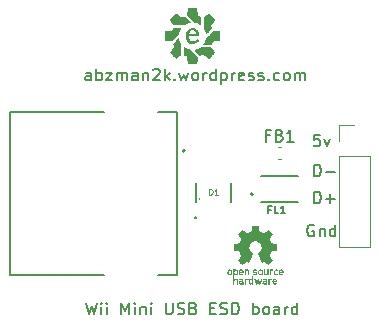
<source format=gbr>
%TF.GenerationSoftware,KiCad,Pcbnew,(6.0.0)*%
%TF.CreationDate,2022-01-04T00:39:42-05:00*%
%TF.ProjectId,wii mini usb esd board,77696920-6d69-46e6-9920-757362206573,rev?*%
%TF.SameCoordinates,Original*%
%TF.FileFunction,Legend,Top*%
%TF.FilePolarity,Positive*%
%FSLAX46Y46*%
G04 Gerber Fmt 4.6, Leading zero omitted, Abs format (unit mm)*
G04 Created by KiCad (PCBNEW (6.0.0)) date 2022-01-04 00:39:42*
%MOMM*%
%LPD*%
G01*
G04 APERTURE LIST*
%ADD10C,0.150000*%
%ADD11C,0.120000*%
%ADD12C,0.127000*%
%ADD13C,0.200000*%
G04 APERTURE END LIST*
D10*
X134231142Y-91702000D02*
X134135904Y-91654380D01*
X133993047Y-91654380D01*
X133850190Y-91702000D01*
X133754952Y-91797238D01*
X133707333Y-91892476D01*
X133659714Y-92082952D01*
X133659714Y-92225809D01*
X133707333Y-92416285D01*
X133754952Y-92511523D01*
X133850190Y-92606761D01*
X133993047Y-92654380D01*
X134088285Y-92654380D01*
X134231142Y-92606761D01*
X134278761Y-92559142D01*
X134278761Y-92225809D01*
X134088285Y-92225809D01*
X134707333Y-91987714D02*
X134707333Y-92654380D01*
X134707333Y-92082952D02*
X134754952Y-92035333D01*
X134850190Y-91987714D01*
X134993047Y-91987714D01*
X135088285Y-92035333D01*
X135135904Y-92130571D01*
X135135904Y-92654380D01*
X136040666Y-92654380D02*
X136040666Y-91654380D01*
X136040666Y-92606761D02*
X135945428Y-92654380D01*
X135754952Y-92654380D01*
X135659714Y-92606761D01*
X135612095Y-92559142D01*
X135564476Y-92463904D01*
X135564476Y-92178190D01*
X135612095Y-92082952D01*
X135659714Y-92035333D01*
X135754952Y-91987714D01*
X135945428Y-91987714D01*
X136040666Y-92035333D01*
X115348857Y-79446380D02*
X115348857Y-78922571D01*
X115301238Y-78827333D01*
X115206000Y-78779714D01*
X115015523Y-78779714D01*
X114920285Y-78827333D01*
X115348857Y-79398761D02*
X115253619Y-79446380D01*
X115015523Y-79446380D01*
X114920285Y-79398761D01*
X114872666Y-79303523D01*
X114872666Y-79208285D01*
X114920285Y-79113047D01*
X115015523Y-79065428D01*
X115253619Y-79065428D01*
X115348857Y-79017809D01*
X115825047Y-79446380D02*
X115825047Y-78446380D01*
X115825047Y-78827333D02*
X115920285Y-78779714D01*
X116110761Y-78779714D01*
X116206000Y-78827333D01*
X116253619Y-78874952D01*
X116301238Y-78970190D01*
X116301238Y-79255904D01*
X116253619Y-79351142D01*
X116206000Y-79398761D01*
X116110761Y-79446380D01*
X115920285Y-79446380D01*
X115825047Y-79398761D01*
X116634571Y-78779714D02*
X117158380Y-78779714D01*
X116634571Y-79446380D01*
X117158380Y-79446380D01*
X117539333Y-79446380D02*
X117539333Y-78779714D01*
X117539333Y-78874952D02*
X117586952Y-78827333D01*
X117682190Y-78779714D01*
X117825047Y-78779714D01*
X117920285Y-78827333D01*
X117967904Y-78922571D01*
X117967904Y-79446380D01*
X117967904Y-78922571D02*
X118015523Y-78827333D01*
X118110761Y-78779714D01*
X118253619Y-78779714D01*
X118348857Y-78827333D01*
X118396476Y-78922571D01*
X118396476Y-79446380D01*
X119301238Y-79446380D02*
X119301238Y-78922571D01*
X119253619Y-78827333D01*
X119158380Y-78779714D01*
X118967904Y-78779714D01*
X118872666Y-78827333D01*
X119301238Y-79398761D02*
X119206000Y-79446380D01*
X118967904Y-79446380D01*
X118872666Y-79398761D01*
X118825047Y-79303523D01*
X118825047Y-79208285D01*
X118872666Y-79113047D01*
X118967904Y-79065428D01*
X119206000Y-79065428D01*
X119301238Y-79017809D01*
X119777428Y-78779714D02*
X119777428Y-79446380D01*
X119777428Y-78874952D02*
X119825047Y-78827333D01*
X119920285Y-78779714D01*
X120063142Y-78779714D01*
X120158380Y-78827333D01*
X120206000Y-78922571D01*
X120206000Y-79446380D01*
X120634571Y-78541619D02*
X120682190Y-78494000D01*
X120777428Y-78446380D01*
X121015523Y-78446380D01*
X121110761Y-78494000D01*
X121158380Y-78541619D01*
X121206000Y-78636857D01*
X121206000Y-78732095D01*
X121158380Y-78874952D01*
X120586952Y-79446380D01*
X121206000Y-79446380D01*
X121634571Y-79446380D02*
X121634571Y-78446380D01*
X121729809Y-79065428D02*
X122015523Y-79446380D01*
X122015523Y-78779714D02*
X121634571Y-79160666D01*
X122444095Y-79351142D02*
X122491714Y-79398761D01*
X122444095Y-79446380D01*
X122396476Y-79398761D01*
X122444095Y-79351142D01*
X122444095Y-79446380D01*
X122825047Y-78779714D02*
X123015523Y-79446380D01*
X123206000Y-78970190D01*
X123396476Y-79446380D01*
X123586952Y-78779714D01*
X124110761Y-79446380D02*
X124015523Y-79398761D01*
X123967904Y-79351142D01*
X123920285Y-79255904D01*
X123920285Y-78970190D01*
X123967904Y-78874952D01*
X124015523Y-78827333D01*
X124110761Y-78779714D01*
X124253619Y-78779714D01*
X124348857Y-78827333D01*
X124396476Y-78874952D01*
X124444095Y-78970190D01*
X124444095Y-79255904D01*
X124396476Y-79351142D01*
X124348857Y-79398761D01*
X124253619Y-79446380D01*
X124110761Y-79446380D01*
X124872666Y-79446380D02*
X124872666Y-78779714D01*
X124872666Y-78970190D02*
X124920285Y-78874952D01*
X124967904Y-78827333D01*
X125063142Y-78779714D01*
X125158380Y-78779714D01*
X125920285Y-79446380D02*
X125920285Y-78446380D01*
X125920285Y-79398761D02*
X125825047Y-79446380D01*
X125634571Y-79446380D01*
X125539333Y-79398761D01*
X125491714Y-79351142D01*
X125444095Y-79255904D01*
X125444095Y-78970190D01*
X125491714Y-78874952D01*
X125539333Y-78827333D01*
X125634571Y-78779714D01*
X125825047Y-78779714D01*
X125920285Y-78827333D01*
X126396476Y-78779714D02*
X126396476Y-79779714D01*
X126396476Y-78827333D02*
X126491714Y-78779714D01*
X126682190Y-78779714D01*
X126777428Y-78827333D01*
X126825047Y-78874952D01*
X126872666Y-78970190D01*
X126872666Y-79255904D01*
X126825047Y-79351142D01*
X126777428Y-79398761D01*
X126682190Y-79446380D01*
X126491714Y-79446380D01*
X126396476Y-79398761D01*
X127301238Y-79446380D02*
X127301238Y-78779714D01*
X127301238Y-78970190D02*
X127348857Y-78874952D01*
X127396476Y-78827333D01*
X127491714Y-78779714D01*
X127586952Y-78779714D01*
X128301238Y-79398761D02*
X128206000Y-79446380D01*
X128015523Y-79446380D01*
X127920285Y-79398761D01*
X127872666Y-79303523D01*
X127872666Y-78922571D01*
X127920285Y-78827333D01*
X128015523Y-78779714D01*
X128206000Y-78779714D01*
X128301238Y-78827333D01*
X128348857Y-78922571D01*
X128348857Y-79017809D01*
X127872666Y-79113047D01*
X128729809Y-79398761D02*
X128825047Y-79446380D01*
X129015523Y-79446380D01*
X129110761Y-79398761D01*
X129158380Y-79303523D01*
X129158380Y-79255904D01*
X129110761Y-79160666D01*
X129015523Y-79113047D01*
X128872666Y-79113047D01*
X128777428Y-79065428D01*
X128729809Y-78970190D01*
X128729809Y-78922571D01*
X128777428Y-78827333D01*
X128872666Y-78779714D01*
X129015523Y-78779714D01*
X129110761Y-78827333D01*
X129539333Y-79398761D02*
X129634571Y-79446380D01*
X129825047Y-79446380D01*
X129920285Y-79398761D01*
X129967904Y-79303523D01*
X129967904Y-79255904D01*
X129920285Y-79160666D01*
X129825047Y-79113047D01*
X129682190Y-79113047D01*
X129586952Y-79065428D01*
X129539333Y-78970190D01*
X129539333Y-78922571D01*
X129586952Y-78827333D01*
X129682190Y-78779714D01*
X129825047Y-78779714D01*
X129920285Y-78827333D01*
X130396476Y-79351142D02*
X130444095Y-79398761D01*
X130396476Y-79446380D01*
X130348857Y-79398761D01*
X130396476Y-79351142D01*
X130396476Y-79446380D01*
X131301238Y-79398761D02*
X131206000Y-79446380D01*
X131015523Y-79446380D01*
X130920285Y-79398761D01*
X130872666Y-79351142D01*
X130825047Y-79255904D01*
X130825047Y-78970190D01*
X130872666Y-78874952D01*
X130920285Y-78827333D01*
X131015523Y-78779714D01*
X131206000Y-78779714D01*
X131301238Y-78827333D01*
X131872666Y-79446380D02*
X131777428Y-79398761D01*
X131729809Y-79351142D01*
X131682190Y-79255904D01*
X131682190Y-78970190D01*
X131729809Y-78874952D01*
X131777428Y-78827333D01*
X131872666Y-78779714D01*
X132015523Y-78779714D01*
X132110761Y-78827333D01*
X132158380Y-78874952D01*
X132206000Y-78970190D01*
X132206000Y-79255904D01*
X132158380Y-79351142D01*
X132110761Y-79398761D01*
X132015523Y-79446380D01*
X131872666Y-79446380D01*
X132634571Y-79446380D02*
X132634571Y-78779714D01*
X132634571Y-78874952D02*
X132682190Y-78827333D01*
X132777428Y-78779714D01*
X132920285Y-78779714D01*
X133015523Y-78827333D01*
X133063142Y-78922571D01*
X133063142Y-79446380D01*
X133063142Y-78922571D02*
X133110761Y-78827333D01*
X133206000Y-78779714D01*
X133348857Y-78779714D01*
X133444095Y-78827333D01*
X133491714Y-78922571D01*
X133491714Y-79446380D01*
X134247047Y-89860380D02*
X134247047Y-88860380D01*
X134485142Y-88860380D01*
X134628000Y-88908000D01*
X134723238Y-89003238D01*
X134770857Y-89098476D01*
X134818476Y-89288952D01*
X134818476Y-89431809D01*
X134770857Y-89622285D01*
X134723238Y-89717523D01*
X134628000Y-89812761D01*
X134485142Y-89860380D01*
X134247047Y-89860380D01*
X135247047Y-89479428D02*
X136008952Y-89479428D01*
X135628000Y-89860380D02*
X135628000Y-89098476D01*
X114975809Y-98258380D02*
X115213904Y-99258380D01*
X115404380Y-98544095D01*
X115594857Y-99258380D01*
X115832952Y-98258380D01*
X116213904Y-99258380D02*
X116213904Y-98591714D01*
X116213904Y-98258380D02*
X116166285Y-98306000D01*
X116213904Y-98353619D01*
X116261523Y-98306000D01*
X116213904Y-98258380D01*
X116213904Y-98353619D01*
X116690095Y-99258380D02*
X116690095Y-98591714D01*
X116690095Y-98258380D02*
X116642476Y-98306000D01*
X116690095Y-98353619D01*
X116737714Y-98306000D01*
X116690095Y-98258380D01*
X116690095Y-98353619D01*
X117928190Y-99258380D02*
X117928190Y-98258380D01*
X118261523Y-98972666D01*
X118594857Y-98258380D01*
X118594857Y-99258380D01*
X119071047Y-99258380D02*
X119071047Y-98591714D01*
X119071047Y-98258380D02*
X119023428Y-98306000D01*
X119071047Y-98353619D01*
X119118666Y-98306000D01*
X119071047Y-98258380D01*
X119071047Y-98353619D01*
X119547238Y-98591714D02*
X119547238Y-99258380D01*
X119547238Y-98686952D02*
X119594857Y-98639333D01*
X119690095Y-98591714D01*
X119832952Y-98591714D01*
X119928190Y-98639333D01*
X119975809Y-98734571D01*
X119975809Y-99258380D01*
X120451999Y-99258380D02*
X120451999Y-98591714D01*
X120451999Y-98258380D02*
X120404380Y-98306000D01*
X120451999Y-98353619D01*
X120499619Y-98306000D01*
X120451999Y-98258380D01*
X120451999Y-98353619D01*
X121690095Y-98258380D02*
X121690095Y-99067904D01*
X121737714Y-99163142D01*
X121785333Y-99210761D01*
X121880571Y-99258380D01*
X122071047Y-99258380D01*
X122166285Y-99210761D01*
X122213904Y-99163142D01*
X122261523Y-99067904D01*
X122261523Y-98258380D01*
X122690095Y-99210761D02*
X122832952Y-99258380D01*
X123071047Y-99258380D01*
X123166285Y-99210761D01*
X123213904Y-99163142D01*
X123261523Y-99067904D01*
X123261523Y-98972666D01*
X123213904Y-98877428D01*
X123166285Y-98829809D01*
X123071047Y-98782190D01*
X122880571Y-98734571D01*
X122785333Y-98686952D01*
X122737714Y-98639333D01*
X122690095Y-98544095D01*
X122690095Y-98448857D01*
X122737714Y-98353619D01*
X122785333Y-98306000D01*
X122880571Y-98258380D01*
X123118666Y-98258380D01*
X123261523Y-98306000D01*
X124023428Y-98734571D02*
X124166285Y-98782190D01*
X124213904Y-98829809D01*
X124261523Y-98925047D01*
X124261523Y-99067904D01*
X124213904Y-99163142D01*
X124166285Y-99210761D01*
X124071047Y-99258380D01*
X123690095Y-99258380D01*
X123690095Y-98258380D01*
X124023428Y-98258380D01*
X124118666Y-98306000D01*
X124166285Y-98353619D01*
X124213904Y-98448857D01*
X124213904Y-98544095D01*
X124166285Y-98639333D01*
X124118666Y-98686952D01*
X124023428Y-98734571D01*
X123690095Y-98734571D01*
X125451999Y-98734571D02*
X125785333Y-98734571D01*
X125928190Y-99258380D02*
X125451999Y-99258380D01*
X125451999Y-98258380D01*
X125928190Y-98258380D01*
X126309142Y-99210761D02*
X126451999Y-99258380D01*
X126690095Y-99258380D01*
X126785333Y-99210761D01*
X126832952Y-99163142D01*
X126880571Y-99067904D01*
X126880571Y-98972666D01*
X126832952Y-98877428D01*
X126785333Y-98829809D01*
X126690095Y-98782190D01*
X126499619Y-98734571D01*
X126404380Y-98686952D01*
X126356761Y-98639333D01*
X126309142Y-98544095D01*
X126309142Y-98448857D01*
X126356761Y-98353619D01*
X126404380Y-98306000D01*
X126499619Y-98258380D01*
X126737714Y-98258380D01*
X126880571Y-98306000D01*
X127309142Y-99258380D02*
X127309142Y-98258380D01*
X127547238Y-98258380D01*
X127690095Y-98306000D01*
X127785333Y-98401238D01*
X127832952Y-98496476D01*
X127880571Y-98686952D01*
X127880571Y-98829809D01*
X127832952Y-99020285D01*
X127785333Y-99115523D01*
X127690095Y-99210761D01*
X127547238Y-99258380D01*
X127309142Y-99258380D01*
X129071047Y-99258380D02*
X129071047Y-98258380D01*
X129071047Y-98639333D02*
X129166285Y-98591714D01*
X129356761Y-98591714D01*
X129451999Y-98639333D01*
X129499619Y-98686952D01*
X129547238Y-98782190D01*
X129547238Y-99067904D01*
X129499619Y-99163142D01*
X129451999Y-99210761D01*
X129356761Y-99258380D01*
X129166285Y-99258380D01*
X129071047Y-99210761D01*
X130118666Y-99258380D02*
X130023428Y-99210761D01*
X129975809Y-99163142D01*
X129928190Y-99067904D01*
X129928190Y-98782190D01*
X129975809Y-98686952D01*
X130023428Y-98639333D01*
X130118666Y-98591714D01*
X130261523Y-98591714D01*
X130356761Y-98639333D01*
X130404380Y-98686952D01*
X130451999Y-98782190D01*
X130451999Y-99067904D01*
X130404380Y-99163142D01*
X130356761Y-99210761D01*
X130261523Y-99258380D01*
X130118666Y-99258380D01*
X131309142Y-99258380D02*
X131309142Y-98734571D01*
X131261523Y-98639333D01*
X131166285Y-98591714D01*
X130975809Y-98591714D01*
X130880571Y-98639333D01*
X131309142Y-99210761D02*
X131213904Y-99258380D01*
X130975809Y-99258380D01*
X130880571Y-99210761D01*
X130832952Y-99115523D01*
X130832952Y-99020285D01*
X130880571Y-98925047D01*
X130975809Y-98877428D01*
X131213904Y-98877428D01*
X131309142Y-98829809D01*
X131785333Y-99258380D02*
X131785333Y-98591714D01*
X131785333Y-98782190D02*
X131832952Y-98686952D01*
X131880571Y-98639333D01*
X131975809Y-98591714D01*
X132071047Y-98591714D01*
X132832952Y-99258380D02*
X132832952Y-98258380D01*
X132832952Y-99210761D02*
X132737714Y-99258380D01*
X132547238Y-99258380D01*
X132451999Y-99210761D01*
X132404380Y-99163142D01*
X132356761Y-99067904D01*
X132356761Y-98782190D01*
X132404380Y-98686952D01*
X132451999Y-98639333D01*
X132547238Y-98591714D01*
X132737714Y-98591714D01*
X132832952Y-98639333D01*
X124206000Y-91035142D02*
X124253619Y-91082761D01*
X124206000Y-91130380D01*
X124158380Y-91082761D01*
X124206000Y-91035142D01*
X124206000Y-91130380D01*
X134731142Y-84034380D02*
X134254952Y-84034380D01*
X134207333Y-84510571D01*
X134254952Y-84462952D01*
X134350190Y-84415333D01*
X134588285Y-84415333D01*
X134683523Y-84462952D01*
X134731142Y-84510571D01*
X134778761Y-84605809D01*
X134778761Y-84843904D01*
X134731142Y-84939142D01*
X134683523Y-84986761D01*
X134588285Y-85034380D01*
X134350190Y-85034380D01*
X134254952Y-84986761D01*
X134207333Y-84939142D01*
X135112095Y-84367714D02*
X135350190Y-85034380D01*
X135588285Y-84367714D01*
X134247047Y-87574380D02*
X134247047Y-86574380D01*
X134485142Y-86574380D01*
X134628000Y-86622000D01*
X134723238Y-86717238D01*
X134770857Y-86812476D01*
X134818476Y-87002952D01*
X134818476Y-87145809D01*
X134770857Y-87336285D01*
X134723238Y-87431523D01*
X134628000Y-87526761D01*
X134485142Y-87574380D01*
X134247047Y-87574380D01*
X135247047Y-87193428D02*
X136008952Y-87193428D01*
D11*
%TO.C,D1*%
X125375714Y-89117142D02*
X125375714Y-88637142D01*
X125490000Y-88637142D01*
X125558571Y-88660000D01*
X125604285Y-88705714D01*
X125627142Y-88751428D01*
X125650000Y-88842857D01*
X125650000Y-88911428D01*
X125627142Y-89002857D01*
X125604285Y-89048571D01*
X125558571Y-89094285D01*
X125490000Y-89117142D01*
X125375714Y-89117142D01*
X126107142Y-89117142D02*
X125832857Y-89117142D01*
X125970000Y-89117142D02*
X125970000Y-88637142D01*
X125924285Y-88705714D01*
X125878571Y-88751428D01*
X125832857Y-88774285D01*
D10*
%TO.C,FL1*%
X130591619Y-90378285D02*
X130378285Y-90378285D01*
X130378285Y-90713523D02*
X130378285Y-90073523D01*
X130683047Y-90073523D01*
X131231619Y-90713523D02*
X130926857Y-90713523D01*
X130926857Y-90073523D01*
X131780190Y-90713523D02*
X131414476Y-90713523D01*
X131597333Y-90713523D02*
X131597333Y-90073523D01*
X131536380Y-90164952D01*
X131475428Y-90225904D01*
X131414476Y-90256380D01*
%TO.C,FB1*%
X130484666Y-84096571D02*
X130151333Y-84096571D01*
X130151333Y-84620380D02*
X130151333Y-83620380D01*
X130627523Y-83620380D01*
X131341809Y-84096571D02*
X131484666Y-84144190D01*
X131532285Y-84191809D01*
X131579904Y-84287047D01*
X131579904Y-84429904D01*
X131532285Y-84525142D01*
X131484666Y-84572761D01*
X131389428Y-84620380D01*
X131008476Y-84620380D01*
X131008476Y-83620380D01*
X131341809Y-83620380D01*
X131437047Y-83668000D01*
X131484666Y-83715619D01*
X131532285Y-83810857D01*
X131532285Y-83906095D01*
X131484666Y-84001333D01*
X131437047Y-84048952D01*
X131341809Y-84096571D01*
X131008476Y-84096571D01*
X132532285Y-84620380D02*
X131960857Y-84620380D01*
X132246571Y-84620380D02*
X132246571Y-83620380D01*
X132151333Y-83763238D01*
X132056095Y-83858476D01*
X131960857Y-83906095D01*
D11*
%TO.C,J2*%
X138998000Y-85852000D02*
X138998000Y-93532000D01*
X136338000Y-85852000D02*
X138998000Y-85852000D01*
X136338000Y-83252000D02*
X137668000Y-83252000D01*
X136338000Y-84582000D02*
X136338000Y-83252000D01*
X136338000Y-85852000D02*
X136338000Y-93532000D01*
X136338000Y-93532000D02*
X138998000Y-93532000D01*
D12*
%TO.C,D1*%
X124280000Y-88100000D02*
X124280000Y-89700000D01*
X127180000Y-89700000D02*
X127180000Y-88100000D01*
X124540000Y-89470000D02*
G75*
G03*
X124540000Y-89470000I-20000J0D01*
G01*
%TO.C,FL1*%
X129718000Y-87526000D02*
X132918000Y-87526000D01*
X132918000Y-89766000D02*
X129718000Y-89766000D01*
D13*
X129068000Y-89096000D02*
G75*
G03*
X129068000Y-89096000I-100000J0D01*
G01*
%TO.C,J1*%
X116431500Y-95892500D02*
X108521500Y-95892500D01*
X122681500Y-82092500D02*
X121021500Y-82092500D01*
X116431500Y-82092500D02*
X108521500Y-82092500D01*
X122681500Y-95892500D02*
X122681500Y-82092500D01*
X108521500Y-82092500D02*
X108521500Y-95892500D01*
X122681500Y-95892500D02*
X121021500Y-95892500D01*
X123301500Y-85392500D02*
G75*
G03*
X123301500Y-85392500I-100000J0D01*
G01*
D11*
%TO.C,FB1*%
X131177420Y-85088000D02*
X131458580Y-85088000D01*
X131177420Y-86108000D02*
X131458580Y-86108000D01*
%TO.C,G\u002A\u002A\u002A*%
G36*
X125090051Y-76629937D02*
G01*
X125536245Y-76630347D01*
X125575309Y-76679643D01*
X125596961Y-76706886D01*
X125616167Y-76730910D01*
X125628763Y-76746508D01*
X125639877Y-76760210D01*
X125659148Y-76784100D01*
X125684640Y-76815769D01*
X125714418Y-76852806D01*
X125746547Y-76892801D01*
X125779093Y-76933344D01*
X125810121Y-76972025D01*
X125837696Y-77006434D01*
X125859883Y-77034160D01*
X125874746Y-77052794D01*
X125880157Y-77059656D01*
X125875764Y-77067835D01*
X125859643Y-77087309D01*
X125832534Y-77117294D01*
X125795179Y-77157004D01*
X125748320Y-77205655D01*
X125692697Y-77262463D01*
X125629053Y-77326643D01*
X125607386Y-77348337D01*
X125327717Y-77627908D01*
X125175898Y-77505599D01*
X125130922Y-77469347D01*
X125089653Y-77436046D01*
X125054306Y-77407486D01*
X125027094Y-77385456D01*
X125010231Y-77371745D01*
X125006686Y-77368832D01*
X124992508Y-77357249D01*
X124968712Y-77338016D01*
X124939248Y-77314318D01*
X124921647Y-77300208D01*
X124854000Y-77246045D01*
X124778444Y-77284326D01*
X124738514Y-77304184D01*
X124697580Y-77323928D01*
X124662601Y-77340220D01*
X124652820Y-77344591D01*
X124602751Y-77366575D01*
X124346007Y-77110269D01*
X124291277Y-77055448D01*
X124240722Y-77004451D01*
X124195595Y-76958568D01*
X124157146Y-76919090D01*
X124126630Y-76887304D01*
X124105297Y-76864503D01*
X124094402Y-76851976D01*
X124093269Y-76849957D01*
X124103287Y-76846624D01*
X124125511Y-76841860D01*
X124152679Y-76837102D01*
X124281993Y-76807751D01*
X124409178Y-76761530D01*
X124533033Y-76698905D01*
X124577885Y-76671601D01*
X124643858Y-76629526D01*
X125090051Y-76629937D01*
G37*
G36*
X122804335Y-75838527D02*
G01*
X122809414Y-75857466D01*
X122810458Y-75863446D01*
X122838590Y-75995415D01*
X122880231Y-76121660D01*
X122934255Y-76239138D01*
X122976190Y-76310462D01*
X123014475Y-76369644D01*
X123014475Y-77278787D01*
X122985834Y-77303558D01*
X122960552Y-77324902D01*
X122931804Y-77348459D01*
X122922898Y-77355595D01*
X122905701Y-77369331D01*
X122877625Y-77391827D01*
X122841317Y-77420961D01*
X122799424Y-77454607D01*
X122754593Y-77490643D01*
X122745370Y-77498060D01*
X122702303Y-77532679D01*
X122663548Y-77563793D01*
X122631245Y-77589690D01*
X122607529Y-77608657D01*
X122594539Y-77618981D01*
X122593026Y-77620157D01*
X122584847Y-77615764D01*
X122565372Y-77599643D01*
X122535388Y-77572534D01*
X122495678Y-77535179D01*
X122447026Y-77488320D01*
X122390218Y-77432697D01*
X122326038Y-77369053D01*
X122304344Y-77347386D01*
X122024774Y-77067717D01*
X122147082Y-76915898D01*
X122183335Y-76870922D01*
X122216636Y-76829653D01*
X122245196Y-76794306D01*
X122267226Y-76767094D01*
X122280936Y-76750231D01*
X122283850Y-76746686D01*
X122295433Y-76732508D01*
X122314666Y-76708712D01*
X122338363Y-76679248D01*
X122352473Y-76661647D01*
X122406637Y-76594000D01*
X122368355Y-76518444D01*
X122348361Y-76478217D01*
X122328356Y-76436696D01*
X122311746Y-76400989D01*
X122307364Y-76391176D01*
X122284653Y-76339463D01*
X122538829Y-76085178D01*
X122593554Y-76030573D01*
X122644531Y-75979987D01*
X122690445Y-75934702D01*
X122729985Y-75895999D01*
X122761836Y-75865163D01*
X122784687Y-75843474D01*
X122797224Y-75832216D01*
X122799177Y-75830893D01*
X122804335Y-75838527D01*
G37*
G36*
X125607386Y-74044344D02*
G01*
X125673412Y-74110691D01*
X125731650Y-74169914D01*
X125781359Y-74221228D01*
X125821798Y-74263850D01*
X125852226Y-74296993D01*
X125871901Y-74319875D01*
X125880081Y-74331709D01*
X125880157Y-74333026D01*
X125872559Y-74342655D01*
X125856029Y-74363371D01*
X125832523Y-74392735D01*
X125803999Y-74428313D01*
X125772413Y-74467668D01*
X125739723Y-74508363D01*
X125707885Y-74547962D01*
X125678857Y-74584029D01*
X125654595Y-74614128D01*
X125637056Y-74635821D01*
X125628763Y-74645995D01*
X125617205Y-74660179D01*
X125597996Y-74683974D01*
X125574322Y-74713426D01*
X125560303Y-74730917D01*
X125506234Y-74798447D01*
X125552728Y-74891481D01*
X125572311Y-74931476D01*
X125590017Y-74969103D01*
X125603741Y-74999804D01*
X125610810Y-75017341D01*
X125622397Y-75050166D01*
X125371038Y-75301637D01*
X125316643Y-75355923D01*
X125266023Y-75406185D01*
X125220496Y-75451133D01*
X125181381Y-75489478D01*
X125149993Y-75519931D01*
X125127652Y-75541202D01*
X125115674Y-75552003D01*
X125114041Y-75553108D01*
X125106518Y-75546224D01*
X125103134Y-75539376D01*
X125098758Y-75519365D01*
X125097865Y-75506288D01*
X125095187Y-75484138D01*
X125087934Y-75449975D01*
X125077275Y-75408170D01*
X125064381Y-75363092D01*
X125050420Y-75319113D01*
X125039529Y-75288343D01*
X125009099Y-75214207D01*
X124975524Y-75147571D01*
X124935988Y-75081904D01*
X124898207Y-75023038D01*
X124898207Y-74113895D01*
X124926847Y-74089123D01*
X124952112Y-74067779D01*
X124980846Y-74044197D01*
X124989783Y-74037018D01*
X125006658Y-74023504D01*
X125034517Y-74001119D01*
X125070834Y-73971896D01*
X125113081Y-73937870D01*
X125158733Y-73901073D01*
X125175898Y-73887230D01*
X125327717Y-73764774D01*
X125607386Y-74044344D01*
G37*
G36*
X124354529Y-73389420D02*
G01*
X124357364Y-73411651D01*
X124361266Y-73445914D01*
X124365654Y-73486954D01*
X124368757Y-73517462D01*
X124374149Y-73569369D01*
X124380705Y-73629018D01*
X124387369Y-73686929D01*
X124390475Y-73712780D01*
X124396273Y-73762838D01*
X124401928Y-73816312D01*
X124406622Y-73865277D01*
X124408648Y-73889320D01*
X124412438Y-73925289D01*
X124417264Y-73952435D01*
X124422418Y-73967136D01*
X124424188Y-73968677D01*
X124449913Y-73976428D01*
X124485708Y-73988049D01*
X124526794Y-74001895D01*
X124568397Y-74016318D01*
X124605739Y-74029674D01*
X124634044Y-74040315D01*
X124644294Y-74044531D01*
X124681187Y-74060824D01*
X124681187Y-74425011D01*
X124681137Y-74502622D01*
X124680994Y-74574574D01*
X124680770Y-74639074D01*
X124680473Y-74694329D01*
X124680117Y-74738546D01*
X124679710Y-74769930D01*
X124679264Y-74786690D01*
X124679017Y-74789030D01*
X124671435Y-74784347D01*
X124652792Y-74771881D01*
X124626270Y-74753776D01*
X124607400Y-74740755D01*
X124491310Y-74670675D01*
X124365706Y-74614275D01*
X124232993Y-74572608D01*
X124212424Y-74567648D01*
X124147318Y-74552563D01*
X123823944Y-74230359D01*
X123500569Y-73908154D01*
X123505419Y-73864722D01*
X123508397Y-73838377D01*
X123512754Y-73800232D01*
X123517868Y-73755732D01*
X123522327Y-73717120D01*
X123528396Y-73663411D01*
X123534918Y-73603621D01*
X123540925Y-73546705D01*
X123543900Y-73517462D01*
X123548287Y-73474796D01*
X123552603Y-73435163D01*
X123556265Y-73403815D01*
X123558152Y-73389420D01*
X123562891Y-73356867D01*
X124349791Y-73356867D01*
X124354529Y-73389420D01*
G37*
G36*
X125780143Y-75244576D02*
G01*
X125809968Y-75247882D01*
X125851141Y-75252542D01*
X125897770Y-75257885D01*
X125935562Y-75262261D01*
X125989268Y-75268358D01*
X126049055Y-75274902D01*
X126105969Y-75280922D01*
X126135220Y-75283900D01*
X126177885Y-75288287D01*
X126217518Y-75292603D01*
X126248867Y-75296265D01*
X126263261Y-75298152D01*
X126295814Y-75302891D01*
X126295814Y-76089791D01*
X126263261Y-76094529D01*
X126241030Y-76097364D01*
X126206768Y-76101266D01*
X126165727Y-76105654D01*
X126135220Y-76108757D01*
X126083312Y-76114149D01*
X126023664Y-76120705D01*
X125965753Y-76127369D01*
X125939902Y-76130475D01*
X125889843Y-76136273D01*
X125836369Y-76141928D01*
X125787404Y-76146622D01*
X125763362Y-76148648D01*
X125727411Y-76152436D01*
X125700259Y-76157262D01*
X125685536Y-76162413D01*
X125683983Y-76164188D01*
X125674236Y-76196643D01*
X125660543Y-76238966D01*
X125645054Y-76284770D01*
X125629917Y-76327666D01*
X125620156Y-76353911D01*
X125597603Y-76412506D01*
X125234884Y-76412506D01*
X125157427Y-76412415D01*
X125085625Y-76412156D01*
X125021278Y-76411748D01*
X124966183Y-76411211D01*
X124922137Y-76410563D01*
X124890940Y-76409825D01*
X124874387Y-76409016D01*
X124872164Y-76408582D01*
X124876786Y-76400113D01*
X124889032Y-76381212D01*
X124906474Y-76355602D01*
X124910742Y-76349471D01*
X124956905Y-76276605D01*
X124999866Y-76196100D01*
X125035020Y-76116711D01*
X125039745Y-76104338D01*
X125053314Y-76065143D01*
X125066879Y-76021289D01*
X125079274Y-75977114D01*
X125089337Y-75936955D01*
X125095903Y-75905149D01*
X125097865Y-75887809D01*
X125104001Y-75876983D01*
X125122443Y-75854569D01*
X125153242Y-75820513D01*
X125196450Y-75774761D01*
X125252118Y-75717258D01*
X125320298Y-75647950D01*
X125401041Y-75566783D01*
X125413379Y-75554442D01*
X125728894Y-75239016D01*
X125780143Y-75244576D01*
G37*
G36*
X123254492Y-76617189D02*
G01*
X123276321Y-76632119D01*
X123303311Y-76650838D01*
X123305796Y-76652574D01*
X123374943Y-76696323D01*
X123452439Y-76737821D01*
X123529436Y-76772426D01*
X123548343Y-76779745D01*
X123584061Y-76792119D01*
X123625303Y-76804990D01*
X123667759Y-76817177D01*
X123707119Y-76827502D01*
X123739073Y-76834782D01*
X123759311Y-76837837D01*
X123760532Y-76837865D01*
X123769124Y-76843842D01*
X123788736Y-76861008D01*
X123818174Y-76888216D01*
X123856240Y-76924318D01*
X123901740Y-76968168D01*
X123953477Y-77018618D01*
X124010255Y-77074520D01*
X124070880Y-77134728D01*
X124093620Y-77157441D01*
X124413108Y-77477016D01*
X124407761Y-77524204D01*
X124404565Y-77552214D01*
X124400018Y-77591812D01*
X124394772Y-77637338D01*
X124390354Y-77675562D01*
X124384285Y-77729271D01*
X124377764Y-77789060D01*
X124371756Y-77845977D01*
X124368782Y-77875220D01*
X124364394Y-77917885D01*
X124360078Y-77957518D01*
X124356417Y-77988867D01*
X124354529Y-78003261D01*
X124349791Y-78035814D01*
X123562891Y-78035814D01*
X123558152Y-78003261D01*
X123555318Y-77981030D01*
X123551415Y-77946768D01*
X123547027Y-77905727D01*
X123543925Y-77875220D01*
X123538532Y-77823312D01*
X123531977Y-77763664D01*
X123525313Y-77705753D01*
X123522207Y-77679902D01*
X123516408Y-77629843D01*
X123510754Y-77576369D01*
X123506060Y-77527404D01*
X123504034Y-77503362D01*
X123500244Y-77467393D01*
X123495417Y-77440247D01*
X123490264Y-77425545D01*
X123488493Y-77424004D01*
X123462768Y-77416254D01*
X123426974Y-77404632D01*
X123385887Y-77390787D01*
X123344284Y-77376363D01*
X123306942Y-77363008D01*
X123278637Y-77352367D01*
X123268388Y-77348151D01*
X123231495Y-77331858D01*
X123231495Y-76967158D01*
X123231591Y-76875036D01*
X123231906Y-76799002D01*
X123232478Y-76737781D01*
X123233346Y-76690100D01*
X123234548Y-76654686D01*
X123236123Y-76630265D01*
X123238110Y-76615565D01*
X123240546Y-76609310D01*
X123242346Y-76609143D01*
X123254492Y-76617189D01*
G37*
G36*
X122777645Y-74971591D02*
G01*
X122853680Y-74971906D01*
X122914901Y-74972478D01*
X122962582Y-74973346D01*
X122997996Y-74974548D01*
X123022416Y-74976123D01*
X123037117Y-74978110D01*
X123043371Y-74980546D01*
X123043538Y-74982346D01*
X123035493Y-74994492D01*
X123020563Y-75016321D01*
X123001843Y-75043311D01*
X123000108Y-75045796D01*
X122956358Y-75114943D01*
X122914861Y-75192439D01*
X122880255Y-75269436D01*
X122872936Y-75288343D01*
X122860563Y-75324061D01*
X122847692Y-75365303D01*
X122835504Y-75407759D01*
X122825180Y-75447119D01*
X122817900Y-75479073D01*
X122814844Y-75499311D01*
X122814816Y-75500532D01*
X122808796Y-75510052D01*
X122791674Y-75530154D01*
X122764862Y-75559439D01*
X122729772Y-75596505D01*
X122687813Y-75639954D01*
X122640396Y-75688385D01*
X122588934Y-75740400D01*
X122534836Y-75794597D01*
X122479513Y-75849578D01*
X122424377Y-75903943D01*
X122370838Y-75956292D01*
X122320307Y-76005225D01*
X122274196Y-76049343D01*
X122233914Y-76087246D01*
X122200874Y-76117534D01*
X122176485Y-76138807D01*
X122162159Y-76149666D01*
X122159373Y-76150782D01*
X122137774Y-76148805D01*
X122116013Y-76146464D01*
X122038079Y-76137458D01*
X121974492Y-76130164D01*
X121922357Y-76124261D01*
X121878779Y-76119427D01*
X121840864Y-76115340D01*
X121805716Y-76111678D01*
X121777462Y-76108820D01*
X121734797Y-76104417D01*
X121695165Y-76100088D01*
X121663816Y-76096419D01*
X121649420Y-76094529D01*
X121616867Y-76089791D01*
X121616867Y-75302891D01*
X121649420Y-75298152D01*
X121671651Y-75295318D01*
X121705914Y-75291415D01*
X121746954Y-75287027D01*
X121777462Y-75283925D01*
X121829369Y-75278532D01*
X121889018Y-75271977D01*
X121946929Y-75265313D01*
X121972780Y-75262207D01*
X122022838Y-75256408D01*
X122076312Y-75250754D01*
X122125277Y-75246060D01*
X122149320Y-75244034D01*
X122185289Y-75240244D01*
X122212435Y-75235417D01*
X122227136Y-75230264D01*
X122228677Y-75228493D01*
X122236428Y-75202768D01*
X122248049Y-75166974D01*
X122261895Y-75125887D01*
X122276318Y-75084284D01*
X122289674Y-75046942D01*
X122300315Y-75018637D01*
X122304531Y-75008388D01*
X122320824Y-74971495D01*
X122685523Y-74971495D01*
X122777645Y-74971591D01*
G37*
G36*
X123437479Y-75369170D02*
G01*
X123482915Y-75290627D01*
X123542703Y-75216349D01*
X123561365Y-75196742D01*
X123634627Y-75131793D01*
X123712991Y-75081972D01*
X123800082Y-75045108D01*
X123830393Y-75035691D01*
X123868888Y-75025276D01*
X123900279Y-75018919D01*
X123930898Y-75015961D01*
X123967080Y-75015736D01*
X124007094Y-75017209D01*
X124083080Y-75024002D01*
X124148180Y-75037862D01*
X124208005Y-75060449D01*
X124268167Y-75093419D01*
X124271036Y-75095214D01*
X124336465Y-75146327D01*
X124392304Y-75210467D01*
X124436966Y-75285253D01*
X124468860Y-75368304D01*
X124478162Y-75405534D01*
X124484673Y-75448089D01*
X124488166Y-75496630D01*
X124488775Y-75546999D01*
X124486633Y-75595038D01*
X124481876Y-75636590D01*
X124474636Y-75667497D01*
X124469355Y-75678905D01*
X124455086Y-75700681D01*
X123656853Y-75700681D01*
X123657158Y-75737575D01*
X123665673Y-75820333D01*
X123689001Y-75897712D01*
X123725917Y-75967660D01*
X123775197Y-76028123D01*
X123835617Y-76077049D01*
X123871920Y-76097690D01*
X123900396Y-76111478D01*
X123922778Y-76120715D01*
X123943826Y-76126312D01*
X123968302Y-76129181D01*
X124000966Y-76130233D01*
X124042685Y-76130380D01*
X124088502Y-76130056D01*
X124121514Y-76128620D01*
X124146274Y-76125375D01*
X124167332Y-76119626D01*
X124189242Y-76110676D01*
X124198023Y-76106626D01*
X124234029Y-76086771D01*
X124275747Y-76059265D01*
X124317452Y-76028290D01*
X124353418Y-75998027D01*
X124372194Y-75979417D01*
X124389853Y-75965128D01*
X124408374Y-75963219D01*
X124431019Y-75974277D01*
X124456209Y-75994542D01*
X124493888Y-76027979D01*
X124463836Y-76077656D01*
X124405496Y-76158246D01*
X124336021Y-76226289D01*
X124256735Y-76280702D01*
X124168965Y-76320405D01*
X124164349Y-76321994D01*
X124128336Y-76333109D01*
X124094676Y-76340480D01*
X124057496Y-76344992D01*
X124010925Y-76347533D01*
X123991064Y-76348126D01*
X123945101Y-76348519D01*
X123900701Y-76347520D01*
X123863441Y-76345331D01*
X123841948Y-76342755D01*
X123770983Y-76324088D01*
X123697402Y-76294187D01*
X123628505Y-76256074D01*
X123621732Y-76251647D01*
X123552831Y-76195628D01*
X123494071Y-76126762D01*
X123446009Y-76046683D01*
X123409204Y-75957020D01*
X123384215Y-75859408D01*
X123371601Y-75755477D01*
X123371920Y-75646859D01*
X123382605Y-75553108D01*
X123384564Y-75544427D01*
X123656523Y-75544427D01*
X123893240Y-75544378D01*
X123959461Y-75544044D01*
X124020483Y-75543122D01*
X124073809Y-75541695D01*
X124116943Y-75539846D01*
X124147387Y-75537656D01*
X124161617Y-75535536D01*
X124193190Y-75520391D01*
X124213398Y-75494702D01*
X124223229Y-75456768D01*
X124224557Y-75427236D01*
X124215583Y-75365517D01*
X124190921Y-75308158D01*
X124152132Y-75257575D01*
X124100782Y-75216184D01*
X124080402Y-75204458D01*
X124035130Y-75188932D01*
X123981764Y-75183305D01*
X123926386Y-75187451D01*
X123875078Y-75201245D01*
X123857764Y-75209067D01*
X123800567Y-75247970D01*
X123750713Y-75300330D01*
X123710478Y-75362999D01*
X123682141Y-75432827D01*
X123674611Y-75462233D01*
X123668280Y-75491636D01*
X123662773Y-75516802D01*
X123660962Y-75524895D01*
X123656523Y-75544427D01*
X123384564Y-75544427D01*
X123404630Y-75455491D01*
X123437479Y-75369170D01*
G37*
G36*
X122638039Y-73806436D02*
G01*
X122659745Y-73823380D01*
X122691924Y-73848852D01*
X122731637Y-73880493D01*
X122775947Y-73915943D01*
X122821915Y-73952845D01*
X122866603Y-73988837D01*
X122907074Y-74021561D01*
X122940389Y-74048657D01*
X122963609Y-74067766D01*
X122966660Y-74070318D01*
X122983377Y-74083992D01*
X123007250Y-74103099D01*
X123022881Y-74115454D01*
X123061670Y-74145942D01*
X123122710Y-74112960D01*
X123162563Y-74092444D01*
X123208624Y-74070224D01*
X123250994Y-74051075D01*
X123251406Y-74050898D01*
X123319062Y-74021817D01*
X123574765Y-74277411D01*
X123629525Y-74332287D01*
X123680271Y-74383411D01*
X123725723Y-74429474D01*
X123764603Y-74469168D01*
X123795632Y-74501185D01*
X123817533Y-74524216D01*
X123829025Y-74536953D01*
X123830469Y-74539038D01*
X123822716Y-74543601D01*
X123802983Y-74548453D01*
X123789235Y-74550664D01*
X123753307Y-74557141D01*
X123706734Y-74567772D01*
X123655279Y-74581030D01*
X123604702Y-74595387D01*
X123560765Y-74609316D01*
X123540640Y-74616578D01*
X123488897Y-74638823D01*
X123431151Y-74667198D01*
X123375039Y-74697761D01*
X123330425Y-74725083D01*
X123286123Y-74754475D01*
X122365412Y-74754475D01*
X122351990Y-74733991D01*
X122337597Y-74714040D01*
X122326957Y-74701438D01*
X122317649Y-74690665D01*
X122299724Y-74669006D01*
X122275383Y-74639155D01*
X122246828Y-74603803D01*
X122231895Y-74585199D01*
X122198581Y-74543657D01*
X122165064Y-74501937D01*
X122134702Y-74464214D01*
X122110853Y-74434662D01*
X122105627Y-74428208D01*
X122082144Y-74398827D01*
X122060527Y-74371078D01*
X122045185Y-74350627D01*
X122044374Y-74349494D01*
X122025937Y-74323602D01*
X122584775Y-73765540D01*
X122638039Y-73806436D01*
G37*
G36*
X127885497Y-96521197D02*
G01*
X127903051Y-96489966D01*
X127914538Y-96477071D01*
X127931312Y-96463137D01*
X127949137Y-96452814D01*
X127970320Y-96445508D01*
X127997170Y-96440623D01*
X128031996Y-96437565D01*
X128074765Y-96435805D01*
X128166975Y-96433179D01*
X128166975Y-96399065D01*
X128165762Y-96377354D01*
X128162660Y-96359205D01*
X128160220Y-96352331D01*
X128146268Y-96338349D01*
X128122852Y-96328125D01*
X128092706Y-96322657D01*
X128077310Y-96322014D01*
X128042413Y-96323474D01*
X128016847Y-96328342D01*
X127997730Y-96337351D01*
X127988723Y-96344518D01*
X127972834Y-96359244D01*
X127935496Y-96330248D01*
X127917604Y-96315767D01*
X127904389Y-96303955D01*
X127898307Y-96297031D01*
X127898159Y-96296491D01*
X127902539Y-96290123D01*
X127913830Y-96278729D01*
X127924560Y-96269132D01*
X127950909Y-96250543D01*
X127980575Y-96238034D01*
X128015985Y-96231008D01*
X128059568Y-96228870D01*
X128085980Y-96229479D01*
X128118514Y-96231268D01*
X128142330Y-96233986D01*
X128161213Y-96238373D01*
X128178947Y-96245171D01*
X128188099Y-96249477D01*
X128222718Y-96271763D01*
X128247557Y-96300681D01*
X128261002Y-96328265D01*
X128263708Y-96339811D01*
X128265988Y-96359444D01*
X128267887Y-96388040D01*
X128269452Y-96426473D01*
X128270725Y-96475620D01*
X128271753Y-96536355D01*
X128271792Y-96539255D01*
X128274349Y-96728364D01*
X128166975Y-96728364D01*
X128166975Y-96689743D01*
X128148026Y-96705687D01*
X128128683Y-96718380D01*
X128107309Y-96727657D01*
X128105828Y-96728088D01*
X128076599Y-96732875D01*
X128041582Y-96733812D01*
X128006842Y-96731020D01*
X127981455Y-96725616D01*
X127941089Y-96707586D01*
X127908420Y-96681802D01*
X127885078Y-96649757D01*
X127876723Y-96629740D01*
X127871322Y-96595167D01*
X127872501Y-96581599D01*
X127967257Y-96581599D01*
X127974156Y-96602733D01*
X127989535Y-96620711D01*
X128012359Y-96632911D01*
X128020418Y-96635036D01*
X128039672Y-96637214D01*
X128065293Y-96637796D01*
X128092829Y-96636946D01*
X128117831Y-96634827D01*
X128135845Y-96631600D01*
X128138549Y-96630712D01*
X128151665Y-96619439D01*
X128161275Y-96598494D01*
X128166396Y-96570452D01*
X128166975Y-96556272D01*
X128166975Y-96521094D01*
X128083063Y-96523141D01*
X128048897Y-96524111D01*
X128024852Y-96525340D01*
X128008551Y-96527238D01*
X127997613Y-96530213D01*
X127989659Y-96534676D01*
X127983039Y-96540344D01*
X127969873Y-96559929D01*
X127967257Y-96581599D01*
X127872501Y-96581599D01*
X127874583Y-96557625D01*
X127885497Y-96521197D01*
G37*
G36*
X128720236Y-96484554D02*
G01*
X128720534Y-96433432D01*
X128721735Y-96392955D01*
X128724295Y-96361270D01*
X128728671Y-96336528D01*
X128735322Y-96316877D01*
X128744704Y-96300465D01*
X128757274Y-96285443D01*
X128773188Y-96270230D01*
X128804730Y-96246925D01*
X128838105Y-96233481D01*
X128877283Y-96228433D01*
X128886627Y-96228302D01*
X128914083Y-96231443D01*
X128943133Y-96239674D01*
X128969405Y-96251342D01*
X128988526Y-96264796D01*
X128991380Y-96267881D01*
X129000540Y-96276273D01*
X129005314Y-96278253D01*
X129007033Y-96272315D01*
X129008695Y-96255758D01*
X129010193Y-96230464D01*
X129011420Y-96198317D01*
X129012268Y-96161201D01*
X129012363Y-96154785D01*
X129014058Y-96031317D01*
X129062508Y-96029491D01*
X129110957Y-96027665D01*
X129110957Y-96728364D01*
X129010932Y-96728364D01*
X129010932Y-96706483D01*
X129009274Y-96690086D01*
X129003775Y-96685470D01*
X128993648Y-96692290D01*
X128989171Y-96696975D01*
X128972795Y-96709019D01*
X128948305Y-96720148D01*
X128920078Y-96728859D01*
X128892487Y-96733651D01*
X128880978Y-96734122D01*
X128856154Y-96731683D01*
X128831202Y-96726243D01*
X128825795Y-96724505D01*
X128792657Y-96707135D01*
X128762302Y-96681005D01*
X128738805Y-96649791D01*
X128734851Y-96642388D01*
X128729907Y-96631724D01*
X128726223Y-96621291D01*
X128723615Y-96609095D01*
X128721897Y-96593143D01*
X128720886Y-96571442D01*
X128720396Y-96541999D01*
X128720278Y-96511486D01*
X128818056Y-96511486D01*
X128822603Y-96553552D01*
X128832300Y-96585685D01*
X128847431Y-96608740D01*
X128868281Y-96623566D01*
X128874451Y-96626097D01*
X128907227Y-96633449D01*
X128938004Y-96629832D01*
X128958365Y-96621811D01*
X128976363Y-96611296D01*
X128989519Y-96598413D01*
X128998537Y-96581164D01*
X129004121Y-96557550D01*
X129006976Y-96525573D01*
X129007804Y-96483233D01*
X129007805Y-96481428D01*
X129007546Y-96446439D01*
X129006547Y-96421222D01*
X129004476Y-96403052D01*
X129001003Y-96389206D01*
X128995794Y-96376958D01*
X128994875Y-96375152D01*
X128976249Y-96351231D01*
X128951259Y-96335665D01*
X128922662Y-96328486D01*
X128893212Y-96329724D01*
X128865665Y-96339411D01*
X128842776Y-96357578D01*
X128832028Y-96373312D01*
X128825445Y-96392902D01*
X128820862Y-96423000D01*
X128818372Y-96458638D01*
X128818056Y-96511486D01*
X128720278Y-96511486D01*
X128720244Y-96502820D01*
X128720236Y-96484554D01*
G37*
G36*
X127504312Y-95446798D02*
G01*
X127504312Y-95495965D01*
X127535362Y-95475070D01*
X127575543Y-95454547D01*
X127617145Y-95444892D01*
X127658346Y-95445514D01*
X127697328Y-95455821D01*
X127732270Y-95475222D01*
X127761352Y-95503125D01*
X127782756Y-95538939D01*
X127789452Y-95557668D01*
X127793827Y-95580517D01*
X127796986Y-95612754D01*
X127798928Y-95651334D01*
X127799651Y-95693209D01*
X127799156Y-95735333D01*
X127797441Y-95774661D01*
X127794505Y-95808146D01*
X127790348Y-95832742D01*
X127789536Y-95835763D01*
X127772086Y-95874746D01*
X127745496Y-95906870D01*
X127711758Y-95930972D01*
X127672864Y-95945887D01*
X127630806Y-95950451D01*
X127599771Y-95946693D01*
X127577560Y-95939327D01*
X127552338Y-95927433D01*
X127537132Y-95918443D01*
X127504312Y-95896781D01*
X127504312Y-96087886D01*
X127504410Y-96143612D01*
X127504734Y-96187893D01*
X127505329Y-96221785D01*
X127506239Y-96246346D01*
X127507508Y-96262631D01*
X127509180Y-96271698D01*
X127511299Y-96274602D01*
X127512126Y-96274376D01*
X127522225Y-96267746D01*
X127536666Y-96257586D01*
X127538695Y-96256116D01*
X127574462Y-96237430D01*
X127614609Y-96228657D01*
X127656208Y-96229566D01*
X127696329Y-96239927D01*
X127732044Y-96259508D01*
X127747206Y-96272557D01*
X127759897Y-96285460D01*
X127770116Y-96297126D01*
X127778145Y-96309054D01*
X127784265Y-96322744D01*
X127788760Y-96339694D01*
X127791912Y-96361404D01*
X127794002Y-96389373D01*
X127795314Y-96425100D01*
X127796129Y-96470085D01*
X127796729Y-96525827D01*
X127796827Y-96536129D01*
X127798646Y-96728364D01*
X127698109Y-96728364D01*
X127698100Y-96564261D01*
X127697966Y-96509995D01*
X127697397Y-96466721D01*
X127696127Y-96432927D01*
X127693893Y-96407103D01*
X127690429Y-96387738D01*
X127685472Y-96373322D01*
X127678756Y-96362344D01*
X127670018Y-96353294D01*
X127659751Y-96345214D01*
X127632380Y-96332325D01*
X127601479Y-96329062D01*
X127570488Y-96334771D01*
X127542851Y-96348799D01*
X127522008Y-96370494D01*
X127521397Y-96371461D01*
X127517203Y-96378706D01*
X127513920Y-96386412D01*
X127511413Y-96396172D01*
X127509549Y-96409577D01*
X127508195Y-96428222D01*
X127507217Y-96453697D01*
X127506481Y-96487597D01*
X127505855Y-96531512D01*
X127505502Y-96561135D01*
X127503566Y-96728364D01*
X127404287Y-96728364D01*
X127404287Y-95709623D01*
X127503912Y-95709623D01*
X127507243Y-95749414D01*
X127515033Y-95785046D01*
X127527301Y-95813379D01*
X127533296Y-95821764D01*
X127553881Y-95837372D01*
X127581349Y-95846293D01*
X127611777Y-95848127D01*
X127641244Y-95842480D01*
X127658309Y-95834429D01*
X127671924Y-95824073D01*
X127681790Y-95811347D01*
X127688468Y-95794193D01*
X127692518Y-95770556D01*
X127694502Y-95738380D01*
X127694984Y-95699986D01*
X127694699Y-95662724D01*
X127693677Y-95635514D01*
X127691669Y-95615916D01*
X127688425Y-95601489D01*
X127683714Y-95589828D01*
X127667298Y-95566914D01*
X127644605Y-95553064D01*
X127614142Y-95547596D01*
X127591847Y-95548032D01*
X127569125Y-95550336D01*
X127554522Y-95554372D01*
X127543655Y-95561959D01*
X127534800Y-95571694D01*
X127520484Y-95596709D01*
X127510551Y-95630130D01*
X127505021Y-95668815D01*
X127503912Y-95709623D01*
X127404287Y-95709623D01*
X127404287Y-95446798D01*
X127504312Y-95446798D01*
G37*
G36*
X131071509Y-95442847D02*
G01*
X131095168Y-95446973D01*
X131105236Y-95449443D01*
X131145930Y-95463886D01*
X131184014Y-95484751D01*
X131214813Y-95509425D01*
X131217551Y-95512254D01*
X131227071Y-95523261D01*
X131228440Y-95530479D01*
X131222160Y-95539144D01*
X131220316Y-95541195D01*
X131207847Y-95553426D01*
X131191083Y-95568039D01*
X131185342Y-95572697D01*
X131162336Y-95590942D01*
X131133527Y-95570636D01*
X131114529Y-95558754D01*
X131096578Y-95552086D01*
X131074017Y-95548829D01*
X131062761Y-95548096D01*
X131022789Y-95549986D01*
X130990968Y-95560800D01*
X130966104Y-95581155D01*
X130949468Y-95606574D01*
X130941785Y-95623631D01*
X130937075Y-95640228D01*
X130934651Y-95660334D01*
X130933823Y-95687915D01*
X130933784Y-95696860D01*
X130934284Y-95727618D01*
X130936301Y-95749822D01*
X130940469Y-95767391D01*
X130947424Y-95784244D01*
X130948192Y-95785825D01*
X130968541Y-95814264D01*
X130996235Y-95834349D01*
X131028967Y-95845672D01*
X131064431Y-95847831D01*
X131100322Y-95840417D01*
X131134332Y-95823027D01*
X131139273Y-95819423D01*
X131161728Y-95802296D01*
X131185038Y-95820782D01*
X131202005Y-95835044D01*
X131216622Y-95848658D01*
X131220257Y-95852459D01*
X131228232Y-95862513D01*
X131227684Y-95869808D01*
X131220257Y-95878882D01*
X131195455Y-95900747D01*
X131163092Y-95921273D01*
X131128013Y-95937538D01*
X131116201Y-95941619D01*
X131087901Y-95949074D01*
X131062670Y-95951908D01*
X131034978Y-95950394D01*
X131010997Y-95946867D01*
X130973084Y-95935771D01*
X130934798Y-95916577D01*
X130901687Y-95892200D01*
X130895283Y-95886062D01*
X130868355Y-95850354D01*
X130848320Y-95806106D01*
X130835743Y-95755558D01*
X130831187Y-95700952D01*
X130834978Y-95646132D01*
X130848010Y-95589468D01*
X130869298Y-95542168D01*
X130898973Y-95504091D01*
X130937166Y-95475097D01*
X130984008Y-95455047D01*
X131022129Y-95446238D01*
X131049430Y-95442690D01*
X131071509Y-95442847D01*
G37*
G36*
X131266994Y-95615537D02*
G01*
X131284106Y-95562495D01*
X131309239Y-95518780D01*
X131342169Y-95484633D01*
X131382671Y-95460291D01*
X131425267Y-95446995D01*
X131474392Y-95443200D01*
X131522096Y-95451477D01*
X131566916Y-95471394D01*
X131604516Y-95499789D01*
X131628249Y-95525071D01*
X131645270Y-95551451D01*
X131656639Y-95581731D01*
X131663417Y-95618718D01*
X131666622Y-95664039D01*
X131669186Y-95734369D01*
X131361511Y-95734369D01*
X131361511Y-95751799D01*
X131365703Y-95773144D01*
X131376490Y-95797823D01*
X131391184Y-95820790D01*
X131406750Y-95836748D01*
X131426254Y-95845555D01*
X131453149Y-95850956D01*
X131482681Y-95852513D01*
X131510095Y-95849786D01*
X131519955Y-95847217D01*
X131540103Y-95838624D01*
X131561265Y-95826850D01*
X131564816Y-95824524D01*
X131587443Y-95809169D01*
X131621388Y-95838170D01*
X131638093Y-95853098D01*
X131650211Y-95865179D01*
X131655302Y-95871966D01*
X131655333Y-95872207D01*
X131650910Y-95878868D01*
X131639731Y-95889882D01*
X131633250Y-95895447D01*
X131587918Y-95924941D01*
X131537452Y-95943787D01*
X131484105Y-95951426D01*
X131430130Y-95947295D01*
X131427152Y-95946708D01*
X131378788Y-95931074D01*
X131338048Y-95905624D01*
X131305298Y-95870724D01*
X131280903Y-95826741D01*
X131268300Y-95787969D01*
X131264012Y-95761379D01*
X131261549Y-95727025D01*
X131260946Y-95689519D01*
X131262238Y-95653472D01*
X131262278Y-95653099D01*
X131361511Y-95653099D01*
X131569203Y-95653099D01*
X131564909Y-95629656D01*
X131553114Y-95593713D01*
X131533028Y-95566311D01*
X131505667Y-95548359D01*
X131472051Y-95540768D01*
X131465202Y-95540571D01*
X131436697Y-95543620D01*
X131412480Y-95551698D01*
X131411581Y-95552170D01*
X131392437Y-95567933D01*
X131375765Y-95591124D01*
X131364550Y-95616786D01*
X131361511Y-95635328D01*
X131361511Y-95653099D01*
X131262278Y-95653099D01*
X131265460Y-95623494D01*
X131266994Y-95615537D01*
G37*
G36*
X129274993Y-95444866D02*
G01*
X129310637Y-95450275D01*
X129343668Y-95457958D01*
X129366464Y-95465902D01*
X129390117Y-95477462D01*
X129411322Y-95489807D01*
X129427357Y-95501151D01*
X129435498Y-95509712D01*
X129435994Y-95511442D01*
X129432224Y-95518483D01*
X129422270Y-95532032D01*
X129408238Y-95549233D01*
X129407362Y-95550261D01*
X129378687Y-95583826D01*
X129343984Y-95564241D01*
X129313154Y-95551083D01*
X129278288Y-95542912D01*
X129243299Y-95540109D01*
X129212099Y-95543058D01*
X129193074Y-95549511D01*
X129173593Y-95564755D01*
X129163470Y-95583678D01*
X129162969Y-95603409D01*
X129172354Y-95621077D01*
X129185585Y-95631017D01*
X129200993Y-95636231D01*
X129223941Y-95640876D01*
X129249470Y-95643950D01*
X129249572Y-95643958D01*
X129301511Y-95649225D01*
X129342705Y-95656565D01*
X129374838Y-95666699D01*
X129399596Y-95680351D01*
X129418663Y-95698241D01*
X129433725Y-95721092D01*
X129434924Y-95723383D01*
X129446066Y-95755406D01*
X129450401Y-95791819D01*
X129447763Y-95827604D01*
X129439302Y-95855098D01*
X129417979Y-95886060D01*
X129386943Y-95911812D01*
X129348152Y-95931634D01*
X129303563Y-95944800D01*
X129255133Y-95950589D01*
X129204821Y-95948276D01*
X129192227Y-95946356D01*
X129167655Y-95940252D01*
X129139134Y-95930572D01*
X129118164Y-95921800D01*
X129095295Y-95909956D01*
X129072422Y-95896200D01*
X129052168Y-95882355D01*
X129037159Y-95870242D01*
X129030020Y-95861685D01*
X129029766Y-95860437D01*
X129034172Y-95854578D01*
X129045719Y-95842995D01*
X129062020Y-95828063D01*
X129064092Y-95826239D01*
X129098338Y-95796204D01*
X129126459Y-95815552D01*
X129164532Y-95837264D01*
X129203364Y-95849304D01*
X129247777Y-95853144D01*
X129249478Y-95853148D01*
X129290015Y-95850206D01*
X129319687Y-95841297D01*
X129338679Y-95826300D01*
X129347179Y-95805094D01*
X129347327Y-95789399D01*
X129343565Y-95774105D01*
X129334649Y-95762542D01*
X129318918Y-95753940D01*
X129294711Y-95747525D01*
X129260366Y-95742527D01*
X129242439Y-95740656D01*
X129191491Y-95733892D01*
X129151236Y-95724022D01*
X129120083Y-95710253D01*
X129096437Y-95691793D01*
X129078707Y-95667849D01*
X129072760Y-95656225D01*
X129065509Y-95633819D01*
X129061411Y-95608215D01*
X129061082Y-95600686D01*
X129066006Y-95556007D01*
X129081189Y-95518461D01*
X129106596Y-95488083D01*
X129142194Y-95464908D01*
X129187948Y-95448969D01*
X129214966Y-95443672D01*
X129241511Y-95442432D01*
X129274993Y-95444866D01*
G37*
G36*
X129882160Y-96539731D02*
G01*
X129899204Y-96502661D01*
X129926470Y-96472461D01*
X129961166Y-96450873D01*
X129974641Y-96445518D01*
X129989849Y-96441665D01*
X130009330Y-96438992D01*
X130035625Y-96437178D01*
X130071272Y-96435901D01*
X130081508Y-96435639D01*
X130173718Y-96433395D01*
X130173718Y-96397151D01*
X130171906Y-96370354D01*
X130166080Y-96352986D01*
X130162778Y-96348416D01*
X130143483Y-96334661D01*
X130116317Y-96325843D01*
X130084722Y-96321950D01*
X130052142Y-96322970D01*
X130022017Y-96328890D01*
X129997791Y-96339698D01*
X129987083Y-96349041D01*
X129981803Y-96353568D01*
X129975094Y-96353431D01*
X129964425Y-96347615D01*
X129947263Y-96335106D01*
X129941759Y-96330889D01*
X129923957Y-96316545D01*
X129910878Y-96304775D01*
X129905007Y-96297840D01*
X129904902Y-96297369D01*
X129910034Y-96287735D01*
X129923395Y-96274921D01*
X129941931Y-96261137D01*
X129962592Y-96248593D01*
X129982323Y-96239500D01*
X129986934Y-96237971D01*
X130020419Y-96231434D01*
X130060894Y-96228642D01*
X130103431Y-96229574D01*
X130143099Y-96234206D01*
X130163603Y-96238788D01*
X130196910Y-96252802D01*
X130226988Y-96274037D01*
X130250895Y-96299853D01*
X130265686Y-96327610D01*
X130266832Y-96331391D01*
X130268948Y-96345792D01*
X130270719Y-96371654D01*
X130272110Y-96407939D01*
X130273087Y-96453609D01*
X130273618Y-96507627D01*
X130273708Y-96542380D01*
X130273743Y-96728364D01*
X130173718Y-96728364D01*
X130173718Y-96689743D01*
X130154770Y-96705687D01*
X130135426Y-96718380D01*
X130114052Y-96727657D01*
X130112572Y-96728088D01*
X130081789Y-96733122D01*
X130045335Y-96733914D01*
X130009050Y-96730670D01*
X129978775Y-96723592D01*
X129978277Y-96723415D01*
X129938546Y-96703309D01*
X129907830Y-96675522D01*
X129886896Y-96641519D01*
X129876511Y-96602767D01*
X129877018Y-96579890D01*
X129973868Y-96579890D01*
X129978943Y-96604406D01*
X129993430Y-96622436D01*
X130012582Y-96631062D01*
X130030019Y-96634948D01*
X130039310Y-96637129D01*
X130057551Y-96638973D01*
X130081875Y-96638227D01*
X130107737Y-96635400D01*
X130130592Y-96631004D01*
X130145897Y-96625552D01*
X130146727Y-96625041D01*
X130162007Y-96609765D01*
X130170746Y-96587220D01*
X130173708Y-96555370D01*
X130173718Y-96552914D01*
X130173718Y-96522063D01*
X130095163Y-96522063D01*
X130052674Y-96522933D01*
X130021100Y-96526020D01*
X129998942Y-96532037D01*
X129984704Y-96541699D01*
X129976887Y-96555719D01*
X129973994Y-96574813D01*
X129973868Y-96579890D01*
X129877018Y-96579890D01*
X129877442Y-96560733D01*
X129882160Y-96539731D01*
G37*
G36*
X130674657Y-96239579D02*
G01*
X130710685Y-96258426D01*
X130713377Y-96263283D01*
X130710490Y-96271879D01*
X130701049Y-96285992D01*
X130684080Y-96307397D01*
X130683301Y-96308346D01*
X130647206Y-96352221D01*
X130622728Y-96339462D01*
X130591401Y-96329525D01*
X130559879Y-96330753D01*
X130530887Y-96342292D01*
X130507153Y-96363290D01*
X130497245Y-96378722D01*
X130493882Y-96386595D01*
X130491277Y-96396474D01*
X130489335Y-96409944D01*
X130487964Y-96428591D01*
X130487070Y-96454000D01*
X130486559Y-96487757D01*
X130486338Y-96531446D01*
X130486305Y-96564261D01*
X130486295Y-96728364D01*
X130386271Y-96728364D01*
X130386271Y-96234492D01*
X130486295Y-96234492D01*
X130486295Y-96278889D01*
X130508163Y-96262210D01*
X130546140Y-96240756D01*
X130588323Y-96229800D01*
X130632050Y-96229391D01*
X130674657Y-96239579D01*
G37*
G36*
X129351147Y-91733406D02*
G01*
X129401844Y-91733508D01*
X129442396Y-91733748D01*
X129473982Y-91734181D01*
X129497781Y-91734864D01*
X129514972Y-91735854D01*
X129526734Y-91737207D01*
X129534246Y-91738980D01*
X129538686Y-91741228D01*
X129541235Y-91744010D01*
X129542108Y-91745505D01*
X129544678Y-91754210D01*
X129549204Y-91773795D01*
X129555398Y-91802839D01*
X129562971Y-91839921D01*
X129571633Y-91883621D01*
X129581095Y-91932520D01*
X129591068Y-91985196D01*
X129592715Y-91994004D01*
X129602763Y-92046967D01*
X129612416Y-92096209D01*
X129621379Y-92140339D01*
X129629355Y-92177968D01*
X129636050Y-92207705D01*
X129641165Y-92228161D01*
X129644407Y-92237946D01*
X129644759Y-92238457D01*
X129653050Y-92243406D01*
X129671149Y-92252103D01*
X129697202Y-92263788D01*
X129729352Y-92277700D01*
X129765746Y-92293079D01*
X129804530Y-92309166D01*
X129843848Y-92325200D01*
X129881846Y-92340422D01*
X129916669Y-92354071D01*
X129946463Y-92365387D01*
X129969374Y-92373611D01*
X129983546Y-92377981D01*
X129986449Y-92378485D01*
X129995327Y-92375783D01*
X130012018Y-92367093D01*
X130036931Y-92352158D01*
X130070477Y-92330719D01*
X130113064Y-92302517D01*
X130165103Y-92267294D01*
X130195329Y-92246601D01*
X130247697Y-92210641D01*
X130290738Y-92181134D01*
X130325437Y-92157465D01*
X130352782Y-92139019D01*
X130373759Y-92125181D01*
X130389353Y-92115336D01*
X130400552Y-92108870D01*
X130408342Y-92105169D01*
X130413709Y-92103616D01*
X130417639Y-92103597D01*
X130421120Y-92104499D01*
X130422570Y-92104967D01*
X130430560Y-92110500D01*
X130445784Y-92123775D01*
X130467068Y-92143596D01*
X130493237Y-92168767D01*
X130523115Y-92198092D01*
X130555527Y-92230373D01*
X130589298Y-92264415D01*
X130623254Y-92299023D01*
X130656218Y-92332999D01*
X130687015Y-92365147D01*
X130714472Y-92394271D01*
X130737411Y-92419176D01*
X130754659Y-92438664D01*
X130765040Y-92451539D01*
X130767615Y-92456199D01*
X130764175Y-92464076D01*
X130754375Y-92481008D01*
X130738993Y-92505784D01*
X130718809Y-92537195D01*
X130694600Y-92574031D01*
X130667147Y-92615082D01*
X130637227Y-92659138D01*
X130633207Y-92665009D01*
X130592854Y-92724317D01*
X130559586Y-92774165D01*
X130533476Y-92814440D01*
X130514595Y-92845026D01*
X130503018Y-92865809D01*
X130498815Y-92876674D01*
X130498798Y-92877039D01*
X130501265Y-92888109D01*
X130508147Y-92908451D01*
X130518667Y-92936271D01*
X130532049Y-92969776D01*
X130547517Y-93007174D01*
X130564294Y-93046672D01*
X130581604Y-93086476D01*
X130598669Y-93124794D01*
X130614714Y-93159833D01*
X130628962Y-93189799D01*
X130640636Y-93212900D01*
X130648960Y-93227343D01*
X130652200Y-93231235D01*
X130661142Y-93234301D01*
X130680912Y-93239253D01*
X130710031Y-93245780D01*
X130747017Y-93253570D01*
X130790392Y-93262311D01*
X130838676Y-93271689D01*
X130886633Y-93280699D01*
X130938208Y-93290325D01*
X130986311Y-93299474D01*
X131029453Y-93307851D01*
X131066144Y-93315158D01*
X131094892Y-93321099D01*
X131114209Y-93325378D01*
X131122389Y-93327600D01*
X131136455Y-93333510D01*
X131136455Y-93583037D01*
X131136424Y-93645644D01*
X131136298Y-93696903D01*
X131136026Y-93737969D01*
X131135559Y-93769997D01*
X131134848Y-93794144D01*
X131133842Y-93811563D01*
X131132492Y-93823409D01*
X131130748Y-93830839D01*
X131128561Y-93835007D01*
X131125881Y-93837069D01*
X131125515Y-93837233D01*
X131117027Y-93839428D01*
X131097696Y-93843615D01*
X131068973Y-93849504D01*
X131032310Y-93856806D01*
X130989156Y-93865233D01*
X130940964Y-93874496D01*
X130889886Y-93884173D01*
X130827302Y-93896073D01*
X130776124Y-93906106D01*
X130735429Y-93914480D01*
X130704294Y-93921406D01*
X130681796Y-93927095D01*
X130667011Y-93931757D01*
X130659017Y-93935601D01*
X130657399Y-93937108D01*
X130653171Y-93945448D01*
X130644987Y-93963875D01*
X130633493Y-93990850D01*
X130619333Y-94024836D01*
X130603154Y-94064294D01*
X130585600Y-94107684D01*
X130579757Y-94122250D01*
X130556766Y-94180390D01*
X130538743Y-94227565D01*
X130525535Y-94264215D01*
X130516988Y-94290780D01*
X130512947Y-94307701D01*
X130512675Y-94313813D01*
X130516784Y-94322820D01*
X130527228Y-94340777D01*
X130543175Y-94366391D01*
X130563791Y-94398366D01*
X130588245Y-94435409D01*
X130615704Y-94476226D01*
X130641526Y-94514001D01*
X130670757Y-94556746D01*
X130697592Y-94596557D01*
X130721223Y-94632192D01*
X130740844Y-94662411D01*
X130755648Y-94685972D01*
X130764828Y-94701635D01*
X130767615Y-94707948D01*
X130763317Y-94714628D01*
X130751062Y-94729065D01*
X130731804Y-94750246D01*
X130706498Y-94777158D01*
X130676098Y-94808790D01*
X130641561Y-94844130D01*
X130603840Y-94882165D01*
X130593656Y-94892343D01*
X130548398Y-94937362D01*
X130511083Y-94974140D01*
X130480928Y-95003390D01*
X130457149Y-95025827D01*
X130438962Y-95042161D01*
X130425583Y-95053106D01*
X130416229Y-95059376D01*
X130410115Y-95061681D01*
X130407673Y-95061458D01*
X130399838Y-95056975D01*
X130382983Y-95046229D01*
X130358375Y-95030066D01*
X130327281Y-95009330D01*
X130290970Y-94984865D01*
X130250708Y-94957514D01*
X130214985Y-94933082D01*
X130172442Y-94904128D01*
X130132776Y-94877574D01*
X130097250Y-94854232D01*
X130067128Y-94834915D01*
X130043673Y-94820434D01*
X130028149Y-94811601D01*
X130022152Y-94809141D01*
X130012529Y-94811990D01*
X129994245Y-94819827D01*
X129969579Y-94831591D01*
X129940814Y-94846219D01*
X129927747Y-94853128D01*
X129898011Y-94868520D01*
X129871454Y-94881313D01*
X129850329Y-94890494D01*
X129836887Y-94895047D01*
X129833996Y-94895325D01*
X129830606Y-94892452D01*
X129825281Y-94884185D01*
X129817738Y-94869879D01*
X129807691Y-94848888D01*
X129794857Y-94820569D01*
X129778951Y-94784276D01*
X129759691Y-94739365D01*
X129736790Y-94685190D01*
X129709967Y-94621107D01*
X129678935Y-94546472D01*
X129657390Y-94494449D01*
X129629701Y-94427343D01*
X129603469Y-94363434D01*
X129579081Y-94303689D01*
X129556927Y-94249076D01*
X129537393Y-94200561D01*
X129520869Y-94159111D01*
X129507743Y-94125694D01*
X129498403Y-94101276D01*
X129493237Y-94086824D01*
X129492301Y-94083273D01*
X129497759Y-94071847D01*
X129512657Y-94058321D01*
X129518870Y-94054067D01*
X129536656Y-94042132D01*
X129560060Y-94025793D01*
X129584684Y-94008131D01*
X129590392Y-94003960D01*
X129651133Y-93951961D01*
X129702184Y-93892842D01*
X129743213Y-93827777D01*
X129773886Y-93757939D01*
X129793874Y-93684501D01*
X129802842Y-93608636D01*
X129800458Y-93531516D01*
X129786391Y-93454314D01*
X129764669Y-93388684D01*
X129745103Y-93345811D01*
X129722112Y-93307186D01*
X129693393Y-93269485D01*
X129656644Y-93229386D01*
X129648589Y-93221248D01*
X129593189Y-93171993D01*
X129535487Y-93133533D01*
X129472639Y-93104173D01*
X129426660Y-93088870D01*
X129381965Y-93079565D01*
X129329790Y-93074421D01*
X129274444Y-93073439D01*
X129220236Y-93076619D01*
X129171475Y-93083961D01*
X129151592Y-93088870D01*
X129077943Y-93116327D01*
X129009930Y-93154104D01*
X128948567Y-93201119D01*
X128894869Y-93256286D01*
X128849850Y-93318523D01*
X128814525Y-93386745D01*
X128789907Y-93459870D01*
X128785233Y-93480288D01*
X128775205Y-93558841D01*
X128777194Y-93636763D01*
X128790726Y-93712831D01*
X128815328Y-93785825D01*
X128850528Y-93854520D01*
X128895853Y-93917696D01*
X128950829Y-93974131D01*
X128987860Y-94003960D01*
X129012114Y-94021478D01*
X129036222Y-94038425D01*
X129055788Y-94051721D01*
X129059382Y-94054067D01*
X129076766Y-94067750D01*
X129085398Y-94080090D01*
X129085951Y-94083273D01*
X129083612Y-94090954D01*
X129076855Y-94109210D01*
X129066067Y-94137075D01*
X129051637Y-94173580D01*
X129033953Y-94217760D01*
X129013403Y-94268647D01*
X128990376Y-94325273D01*
X128965260Y-94386673D01*
X128938443Y-94451880D01*
X128920862Y-94494449D01*
X128887071Y-94575973D01*
X128857664Y-94646543D01*
X128832357Y-94706804D01*
X128810866Y-94757400D01*
X128792907Y-94798977D01*
X128778197Y-94832179D01*
X128766450Y-94857651D01*
X128757383Y-94876039D01*
X128750712Y-94887986D01*
X128746152Y-94894138D01*
X128744256Y-94895325D01*
X128734888Y-94893117D01*
X128716850Y-94885838D01*
X128692394Y-94874502D01*
X128663773Y-94860123D01*
X128650504Y-94853128D01*
X128620676Y-94837594D01*
X128593967Y-94824468D01*
X128572659Y-94814812D01*
X128559031Y-94809687D01*
X128556100Y-94809141D01*
X128548246Y-94812579D01*
X128531396Y-94822350D01*
X128506813Y-94837642D01*
X128475761Y-94857644D01*
X128439503Y-94881542D01*
X128399302Y-94908526D01*
X128363267Y-94933082D01*
X128320677Y-94962193D01*
X128280980Y-94989125D01*
X128245443Y-95013033D01*
X128215333Y-95033073D01*
X128191918Y-95048400D01*
X128176464Y-95058169D01*
X128170578Y-95061458D01*
X128166034Y-95061190D01*
X128158720Y-95057387D01*
X128147852Y-95049336D01*
X128132647Y-95036324D01*
X128112321Y-95017638D01*
X128086090Y-94992566D01*
X128053169Y-94960395D01*
X128012776Y-94920412D01*
X127984595Y-94892343D01*
X127946205Y-94853775D01*
X127910750Y-94817639D01*
X127879186Y-94784948D01*
X127852468Y-94756715D01*
X127831549Y-94733950D01*
X127817386Y-94717668D01*
X127810934Y-94708879D01*
X127810637Y-94707948D01*
X127814080Y-94700434D01*
X127823871Y-94683907D01*
X127839204Y-94659609D01*
X127859271Y-94628781D01*
X127883266Y-94592662D01*
X127910383Y-94552495D01*
X127936726Y-94514001D01*
X127966129Y-94470944D01*
X127993256Y-94430529D01*
X128017274Y-94394050D01*
X128037351Y-94362802D01*
X128052653Y-94338078D01*
X128062348Y-94321173D01*
X128065576Y-94313813D01*
X128064435Y-94303039D01*
X128058889Y-94282911D01*
X128048786Y-94252990D01*
X128033969Y-94212836D01*
X128014286Y-94162008D01*
X127998495Y-94122250D01*
X127980635Y-94077920D01*
X127963942Y-94037027D01*
X127949062Y-94001110D01*
X127936638Y-93971708D01*
X127927317Y-93950358D01*
X127921744Y-93938600D01*
X127920853Y-93937108D01*
X127915591Y-93933560D01*
X127903950Y-93929289D01*
X127885007Y-93924085D01*
X127857839Y-93917736D01*
X127821523Y-93910034D01*
X127775136Y-93900767D01*
X127717755Y-93889726D01*
X127688366Y-93884173D01*
X127636623Y-93874369D01*
X127588488Y-93865116D01*
X127545411Y-93856702D01*
X127508843Y-93849416D01*
X127480235Y-93843547D01*
X127461039Y-93839385D01*
X127452736Y-93837233D01*
X127449992Y-93835351D01*
X127447747Y-93831504D01*
X127445952Y-93824537D01*
X127444556Y-93813295D01*
X127443511Y-93796623D01*
X127442766Y-93773366D01*
X127442272Y-93742368D01*
X127441979Y-93702474D01*
X127441837Y-93652530D01*
X127441797Y-93591380D01*
X127441796Y-93583037D01*
X127441796Y-93333510D01*
X127455862Y-93327600D01*
X127465116Y-93325125D01*
X127485181Y-93320713D01*
X127514568Y-93314660D01*
X127551787Y-93307264D01*
X127595347Y-93298820D01*
X127643759Y-93289626D01*
X127691618Y-93280699D01*
X127743136Y-93271008D01*
X127791120Y-93261665D01*
X127834090Y-93252982D01*
X127870567Y-93245271D01*
X127899070Y-93238846D01*
X127918119Y-93234017D01*
X127926051Y-93231235D01*
X127931787Y-93223366D01*
X127941377Y-93205676D01*
X127954044Y-93179958D01*
X127969012Y-93148004D01*
X127985504Y-93111609D01*
X128002744Y-93072564D01*
X128019955Y-93032663D01*
X128036360Y-92993699D01*
X128051183Y-92957465D01*
X128063648Y-92925753D01*
X128072978Y-92900357D01*
X128078397Y-92883070D01*
X128079453Y-92877039D01*
X128075739Y-92866831D01*
X128064645Y-92846699D01*
X128046244Y-92816756D01*
X128020608Y-92777116D01*
X127987810Y-92727896D01*
X127947922Y-92669208D01*
X127945045Y-92665009D01*
X127914863Y-92620652D01*
X127887045Y-92579143D01*
X127862372Y-92541693D01*
X127841622Y-92509510D01*
X127825573Y-92483805D01*
X127815005Y-92465787D01*
X127810697Y-92456667D01*
X127810637Y-92456199D01*
X127814916Y-92449244D01*
X127826968Y-92434754D01*
X127845619Y-92413924D01*
X127869693Y-92387950D01*
X127898016Y-92358030D01*
X127929412Y-92325359D01*
X127962706Y-92291134D01*
X127996722Y-92256550D01*
X128030287Y-92222804D01*
X128062224Y-92191093D01*
X128091359Y-92162611D01*
X128116516Y-92138557D01*
X128136520Y-92120125D01*
X128150196Y-92108512D01*
X128155682Y-92104967D01*
X128159344Y-92103885D01*
X128163143Y-92103541D01*
X128168065Y-92104549D01*
X128175096Y-92107523D01*
X128185224Y-92113079D01*
X128199434Y-92121831D01*
X128218712Y-92134393D01*
X128244047Y-92151381D01*
X128276424Y-92173409D01*
X128316830Y-92201091D01*
X128366252Y-92235042D01*
X128383606Y-92246970D01*
X128440558Y-92285858D01*
X128487848Y-92317582D01*
X128525878Y-92342396D01*
X128555052Y-92360554D01*
X128575772Y-92372311D01*
X128588440Y-92377922D01*
X128591797Y-92378505D01*
X128601764Y-92375986D01*
X128621254Y-92369293D01*
X128648412Y-92359186D01*
X128681379Y-92346425D01*
X128718298Y-92331772D01*
X128757311Y-92315987D01*
X128796561Y-92299832D01*
X128834190Y-92284066D01*
X128868340Y-92269451D01*
X128897153Y-92256748D01*
X128918773Y-92246716D01*
X128931342Y-92240118D01*
X128933437Y-92238591D01*
X128936367Y-92230782D01*
X128941213Y-92212058D01*
X128947680Y-92183812D01*
X128955470Y-92147436D01*
X128964288Y-92104320D01*
X128973836Y-92055856D01*
X128983818Y-92003436D01*
X128985559Y-91994108D01*
X128995562Y-91940957D01*
X129005106Y-91891349D01*
X129013901Y-91846706D01*
X129021659Y-91808450D01*
X129028091Y-91778002D01*
X129032906Y-91756783D01*
X129035818Y-91746217D01*
X129036087Y-91745610D01*
X129038149Y-91742535D01*
X129041509Y-91740024D01*
X129047345Y-91738019D01*
X129056837Y-91736464D01*
X129071166Y-91735302D01*
X129091510Y-91734476D01*
X129119048Y-91733928D01*
X129154962Y-91733603D01*
X129200430Y-91733442D01*
X129256631Y-91733388D01*
X129289126Y-91733385D01*
X129351147Y-91733406D01*
G37*
G36*
X130757295Y-95445486D02*
G01*
X130794683Y-95453594D01*
X130822158Y-95466421D01*
X130842720Y-95479129D01*
X130830520Y-95495784D01*
X130819374Y-95510055D01*
X130804083Y-95528505D01*
X130794309Y-95539863D01*
X130770297Y-95567286D01*
X130750512Y-95557054D01*
X130725575Y-95549096D01*
X130696885Y-95547181D01*
X130669775Y-95551232D01*
X130653180Y-95558468D01*
X130642270Y-95565898D01*
X130633622Y-95573178D01*
X130626943Y-95581801D01*
X130621940Y-95593263D01*
X130618320Y-95609055D01*
X130615791Y-95630674D01*
X130614058Y-95659612D01*
X130612830Y-95697364D01*
X130611813Y-95745424D01*
X130611326Y-95771878D01*
X130608200Y-95943796D01*
X130556625Y-95945611D01*
X130505050Y-95947427D01*
X130505050Y-95446293D01*
X130556625Y-95448108D01*
X130608200Y-95449924D01*
X130611326Y-95474400D01*
X130613804Y-95489413D01*
X130616912Y-95493819D01*
X130622185Y-95489481D01*
X130622969Y-95488542D01*
X130648175Y-95467131D01*
X130680995Y-95452593D01*
X130718384Y-95445265D01*
X130757295Y-95445486D01*
G37*
G36*
X126917924Y-95599908D02*
G01*
X126928378Y-95564103D01*
X126944249Y-95533849D01*
X126966248Y-95506975D01*
X126975719Y-95497789D01*
X127015089Y-95469134D01*
X127058116Y-95451034D01*
X127103003Y-95443129D01*
X127147955Y-95445056D01*
X127191176Y-95456456D01*
X127230871Y-95476967D01*
X127265243Y-95506228D01*
X127292497Y-95543878D01*
X127301926Y-95563377D01*
X127309106Y-95588811D01*
X127314084Y-95623300D01*
X127316863Y-95663595D01*
X127317445Y-95706443D01*
X127315834Y-95748595D01*
X127312031Y-95786798D01*
X127306041Y-95817802D01*
X127301695Y-95830896D01*
X127279178Y-95870289D01*
X127248097Y-95903732D01*
X127211070Y-95928783D01*
X127185483Y-95939277D01*
X127148255Y-95947121D01*
X127107686Y-95949788D01*
X127072458Y-95947036D01*
X127027470Y-95932863D01*
X126986457Y-95907032D01*
X126970899Y-95893091D01*
X126947617Y-95865840D01*
X126930568Y-95835065D01*
X126919113Y-95798692D01*
X126912611Y-95754644D01*
X126910424Y-95700846D01*
X126910416Y-95696860D01*
X127013566Y-95696860D01*
X127014347Y-95737214D01*
X127017187Y-95767524D01*
X127022830Y-95790180D01*
X127032023Y-95807574D01*
X127045509Y-95822094D01*
X127054969Y-95829678D01*
X127082617Y-95843083D01*
X127115090Y-95847697D01*
X127148301Y-95843496D01*
X127178158Y-95830454D01*
X127178193Y-95830431D01*
X127193929Y-95815791D01*
X127205182Y-95794494D01*
X127212390Y-95765015D01*
X127215991Y-95725827D01*
X127216604Y-95696622D01*
X127216359Y-95663832D01*
X127215189Y-95640421D01*
X127212657Y-95623273D01*
X127208328Y-95609271D01*
X127202675Y-95597059D01*
X127183162Y-95571171D01*
X127157431Y-95554271D01*
X127127961Y-95546361D01*
X127097228Y-95547446D01*
X127067709Y-95557528D01*
X127041882Y-95576609D01*
X127026407Y-95596856D01*
X127020893Y-95607818D01*
X127017198Y-95620236D01*
X127014976Y-95636807D01*
X127013882Y-95660228D01*
X127013568Y-95693198D01*
X127013566Y-95696860D01*
X126910416Y-95696860D01*
X126912174Y-95643437D01*
X126917924Y-95599908D01*
G37*
G36*
X129511506Y-95638460D02*
G01*
X129516502Y-95599000D01*
X129524405Y-95567404D01*
X129526555Y-95561796D01*
X129549754Y-95521152D01*
X129580843Y-95488667D01*
X129618002Y-95464621D01*
X129659414Y-95449294D01*
X129703257Y-95442968D01*
X129747715Y-95445922D01*
X129790966Y-95458438D01*
X129831192Y-95480796D01*
X129863529Y-95509813D01*
X129881421Y-95531655D01*
X129894676Y-95553350D01*
X129903932Y-95577289D01*
X129909824Y-95605867D01*
X129912988Y-95641476D01*
X129914061Y-95686509D01*
X129914076Y-95699986D01*
X129913784Y-95737881D01*
X129912898Y-95765993D01*
X129911118Y-95787039D01*
X129908143Y-95803735D01*
X129903674Y-95818799D01*
X129899811Y-95829035D01*
X129881370Y-95862013D01*
X129854392Y-95893539D01*
X129822615Y-95919797D01*
X129796858Y-95934182D01*
X129762214Y-95944546D01*
X129721970Y-95949441D01*
X129682045Y-95948265D01*
X129672256Y-95946858D01*
X129626169Y-95932832D01*
X129585489Y-95908331D01*
X129552048Y-95874762D01*
X129529063Y-95836669D01*
X129519981Y-95808055D01*
X129513654Y-95770582D01*
X129510112Y-95727596D01*
X129509614Y-95696622D01*
X129611217Y-95696622D01*
X129612648Y-95742243D01*
X129617290Y-95777237D01*
X129625962Y-95803248D01*
X129639484Y-95821919D01*
X129658675Y-95834895D01*
X129684355Y-95843820D01*
X129684593Y-95843881D01*
X129721133Y-95847735D01*
X129754176Y-95840316D01*
X129773136Y-95829466D01*
X129789187Y-95815558D01*
X129800564Y-95800017D01*
X129808008Y-95780462D01*
X129812256Y-95754510D01*
X129814048Y-95719778D01*
X129814255Y-95696860D01*
X129813996Y-95662861D01*
X129812989Y-95638662D01*
X129810888Y-95621566D01*
X129807345Y-95608874D01*
X129802015Y-95597891D01*
X129801414Y-95596856D01*
X129778888Y-95569289D01*
X129750170Y-95552568D01*
X129715487Y-95546825D01*
X129714771Y-95546823D01*
X129678643Y-95551473D01*
X129650344Y-95565670D01*
X129629209Y-95589788D01*
X129625146Y-95597059D01*
X129618871Y-95610870D01*
X129614778Y-95625081D01*
X129612430Y-95642809D01*
X129611393Y-95667170D01*
X129611217Y-95696622D01*
X129509614Y-95696622D01*
X129509386Y-95682440D01*
X129511506Y-95638460D01*
G37*
G36*
X127893894Y-95563101D02*
G01*
X127915798Y-95522073D01*
X127936152Y-95497288D01*
X127972052Y-95469782D01*
X128013372Y-95452143D01*
X128057907Y-95444332D01*
X128103448Y-95446312D01*
X128147787Y-95458044D01*
X128188717Y-95479489D01*
X128216090Y-95502165D01*
X128242648Y-95534759D01*
X128261600Y-95572594D01*
X128273514Y-95617407D01*
X128278960Y-95670930D01*
X128279455Y-95695297D01*
X128279502Y-95734369D01*
X127966359Y-95734369D01*
X127970532Y-95757812D01*
X127981862Y-95793670D01*
X128001116Y-95822031D01*
X128026314Y-95840645D01*
X128062809Y-95851639D01*
X128102307Y-95851834D01*
X128142179Y-95841592D01*
X128179796Y-95821275D01*
X128182864Y-95819052D01*
X128190121Y-95814788D01*
X128197438Y-95814842D01*
X128207584Y-95820362D01*
X128223330Y-95832494D01*
X128231488Y-95839185D01*
X128267349Y-95868777D01*
X128238857Y-95894966D01*
X128216872Y-95912007D01*
X128191673Y-95927062D01*
X128177701Y-95933376D01*
X128142580Y-95943114D01*
X128102941Y-95948766D01*
X128064307Y-95949811D01*
X128036516Y-95946715D01*
X127993452Y-95932874D01*
X127954373Y-95910949D01*
X127931209Y-95891443D01*
X127905244Y-95856730D01*
X127886207Y-95814000D01*
X127874068Y-95765625D01*
X127868797Y-95713975D01*
X127870364Y-95661424D01*
X127871729Y-95653099D01*
X127967238Y-95653099D01*
X128173226Y-95653099D01*
X128173226Y-95635328D01*
X128168339Y-95611179D01*
X128155667Y-95585635D01*
X128138195Y-95563653D01*
X128123156Y-95552170D01*
X128094414Y-95542494D01*
X128062499Y-95540741D01*
X128032371Y-95546794D01*
X128016299Y-95554720D01*
X127994016Y-95576597D01*
X127977796Y-95607361D01*
X127970906Y-95632781D01*
X127967238Y-95653099D01*
X127871729Y-95653099D01*
X127878740Y-95610342D01*
X127893894Y-95563101D01*
G37*
G36*
X128620442Y-95446882D02*
G01*
X128656102Y-95457112D01*
X128663972Y-95460819D01*
X128698855Y-95483184D01*
X128724806Y-95511025D01*
X128743344Y-95543697D01*
X128747470Y-95553130D01*
X128750745Y-95562541D01*
X128753289Y-95573486D01*
X128755218Y-95587524D01*
X128756651Y-95606211D01*
X128757704Y-95631104D01*
X128758497Y-95663759D01*
X128759146Y-95705735D01*
X128759770Y-95758587D01*
X128759799Y-95761199D01*
X128761853Y-95947443D01*
X128709787Y-95945619D01*
X128657720Y-95943796D01*
X128654595Y-95775004D01*
X128653575Y-95723895D01*
X128652549Y-95683741D01*
X128651394Y-95652997D01*
X128649989Y-95630116D01*
X128648209Y-95613551D01*
X128645933Y-95601755D01*
X128643038Y-95593182D01*
X128639681Y-95586742D01*
X128619871Y-95563841D01*
X128593501Y-95550765D01*
X128561109Y-95546823D01*
X128527441Y-95550614D01*
X128501657Y-95562786D01*
X128481404Y-95584537D01*
X128478592Y-95588869D01*
X128474193Y-95596343D01*
X128470752Y-95603994D01*
X128468127Y-95613420D01*
X128466179Y-95626222D01*
X128464768Y-95644000D01*
X128463755Y-95668355D01*
X128462999Y-95700886D01*
X128462361Y-95743193D01*
X128461906Y-95779693D01*
X128459890Y-95946921D01*
X128360772Y-95946921D01*
X128360772Y-95446798D01*
X128460797Y-95446798D01*
X128460797Y-95471804D01*
X128462096Y-95489629D01*
X128466851Y-95495696D01*
X128476349Y-95490500D01*
X128485655Y-95481339D01*
X128511534Y-95462183D01*
X128544838Y-95449800D01*
X128582247Y-95444572D01*
X128620442Y-95446882D01*
G37*
G36*
X129608897Y-96403002D02*
G01*
X129623066Y-96446228D01*
X129636158Y-96485047D01*
X129647658Y-96518018D01*
X129657048Y-96543696D01*
X129663813Y-96560638D01*
X129667434Y-96567400D01*
X129667744Y-96567395D01*
X129670441Y-96560314D01*
X129675879Y-96542806D01*
X129683581Y-96516524D01*
X129693070Y-96483124D01*
X129703867Y-96444260D01*
X129714192Y-96406409D01*
X129725730Y-96363880D01*
X129736300Y-96325149D01*
X129745434Y-96291913D01*
X129752664Y-96265867D01*
X129757522Y-96248707D01*
X129759463Y-96242306D01*
X129766500Y-96237953D01*
X129784142Y-96235390D01*
X129813263Y-96234495D01*
X129815593Y-96234492D01*
X129842597Y-96234977D01*
X129858722Y-96236595D01*
X129865557Y-96239595D01*
X129865810Y-96242306D01*
X129863068Y-96250505D01*
X129857194Y-96268612D01*
X129848836Y-96294618D01*
X129838638Y-96326513D01*
X129827248Y-96362288D01*
X129827133Y-96362649D01*
X129813173Y-96406526D01*
X129796840Y-96457767D01*
X129779585Y-96511832D01*
X129762855Y-96564180D01*
X129750824Y-96601770D01*
X129710272Y-96728364D01*
X129620124Y-96728364D01*
X129570625Y-96562315D01*
X129557580Y-96518932D01*
X129545537Y-96479601D01*
X129534992Y-96445880D01*
X129526436Y-96419325D01*
X129520366Y-96401492D01*
X129517274Y-96393938D01*
X129517145Y-96393806D01*
X129514412Y-96398899D01*
X129508679Y-96414504D01*
X129500431Y-96439128D01*
X129490155Y-96471276D01*
X129478337Y-96509454D01*
X129465463Y-96552166D01*
X129463643Y-96558291D01*
X129414123Y-96725238D01*
X129368726Y-96727076D01*
X129342579Y-96727366D01*
X129327095Y-96725492D01*
X129320583Y-96721237D01*
X129320413Y-96720825D01*
X129317099Y-96710944D01*
X129310681Y-96691200D01*
X129301648Y-96663135D01*
X129290488Y-96628289D01*
X129277692Y-96588204D01*
X129263747Y-96544421D01*
X129249143Y-96498480D01*
X129234369Y-96451923D01*
X129219913Y-96406290D01*
X129206265Y-96363123D01*
X129193914Y-96323962D01*
X129183348Y-96290349D01*
X129175056Y-96263824D01*
X129169528Y-96245929D01*
X129167252Y-96238205D01*
X129167221Y-96238029D01*
X129172992Y-96236426D01*
X129188387Y-96235203D01*
X129210526Y-96234550D01*
X129220065Y-96234492D01*
X129272909Y-96234492D01*
X129278448Y-96254810D01*
X129281600Y-96266430D01*
X129287486Y-96288182D01*
X129295582Y-96318124D01*
X129305362Y-96354316D01*
X129316303Y-96394819D01*
X129324065Y-96423565D01*
X129335233Y-96464475D01*
X129345456Y-96501062D01*
X129354258Y-96531694D01*
X129361165Y-96554741D01*
X129365701Y-96568573D01*
X129367270Y-96571917D01*
X129369908Y-96566185D01*
X129375805Y-96550040D01*
X129384449Y-96524989D01*
X129395330Y-96492542D01*
X129407936Y-96454207D01*
X129421757Y-96411491D01*
X129423927Y-96404724D01*
X129477459Y-96237618D01*
X129515839Y-96235764D01*
X129554219Y-96233911D01*
X129608897Y-96403002D01*
G37*
G36*
X130106230Y-95618023D02*
G01*
X130106826Y-95669054D01*
X130107463Y-95709104D01*
X130108263Y-95739694D01*
X130109342Y-95762346D01*
X130110819Y-95778580D01*
X130112814Y-95789918D01*
X130115445Y-95797882D01*
X130118831Y-95803993D01*
X130120967Y-95806994D01*
X130142121Y-95830186D01*
X130164753Y-95843097D01*
X130192631Y-95847738D01*
X130197515Y-95847845D01*
X130232195Y-95843554D01*
X130259314Y-95829627D01*
X130280032Y-95805387D01*
X130284683Y-95796980D01*
X130288974Y-95788003D01*
X130292291Y-95778969D01*
X130294759Y-95768197D01*
X130296504Y-95754008D01*
X130297649Y-95734721D01*
X130298321Y-95708655D01*
X130298644Y-95674131D01*
X130298744Y-95629468D01*
X130298749Y-95608014D01*
X130298749Y-95446798D01*
X130398774Y-95446798D01*
X130398774Y-95946921D01*
X130298749Y-95946921D01*
X130298749Y-95897754D01*
X130267699Y-95918650D01*
X130226748Y-95939917D01*
X130184322Y-95950291D01*
X130142687Y-95949289D01*
X130133083Y-95947307D01*
X130089802Y-95930638D01*
X130053647Y-95903845D01*
X130025395Y-95867573D01*
X130016235Y-95850022D01*
X130012111Y-95840638D01*
X130008862Y-95831436D01*
X130006383Y-95820855D01*
X130004569Y-95807328D01*
X130003318Y-95789292D01*
X130002523Y-95765183D01*
X130002080Y-95733436D01*
X130001886Y-95692487D01*
X130001835Y-95640771D01*
X130001833Y-95634344D01*
X130001801Y-95449924D01*
X130053092Y-95448113D01*
X130104384Y-95446302D01*
X130106230Y-95618023D01*
G37*
G36*
X128664604Y-96238084D02*
G01*
X128678038Y-96243643D01*
X128695721Y-96252697D01*
X128707637Y-96260371D01*
X128710859Y-96264103D01*
X128707110Y-96270956D01*
X128697104Y-96284800D01*
X128682699Y-96303116D01*
X128676211Y-96311025D01*
X128641564Y-96352766D01*
X128621510Y-96340539D01*
X128592073Y-96329323D01*
X128561339Y-96329030D01*
X128532211Y-96338808D01*
X128507596Y-96357807D01*
X128493618Y-96378039D01*
X128489326Y-96387062D01*
X128486009Y-96396136D01*
X128483541Y-96406943D01*
X128481797Y-96421165D01*
X128480651Y-96440483D01*
X128479980Y-96466579D01*
X128479657Y-96501135D01*
X128479557Y-96545833D01*
X128479552Y-96567148D01*
X128479552Y-96728364D01*
X128379527Y-96728364D01*
X128379527Y-96234492D01*
X128479552Y-96234492D01*
X128479552Y-96285479D01*
X128504510Y-96264115D01*
X128539677Y-96241909D01*
X128579812Y-96229965D01*
X128622320Y-96228588D01*
X128664604Y-96238084D01*
G37*
G36*
X130754023Y-96329243D02*
G01*
X130781117Y-96289736D01*
X130815701Y-96259773D01*
X130857421Y-96239742D01*
X130905924Y-96230027D01*
X130912192Y-96229572D01*
X130964552Y-96231762D01*
X131010924Y-96244766D01*
X131050865Y-96268336D01*
X131083934Y-96302225D01*
X131105860Y-96338040D01*
X131114994Y-96357609D01*
X131121105Y-96374495D01*
X131124949Y-96392369D01*
X131127280Y-96414901D01*
X131128853Y-96445763D01*
X131129051Y-96450836D01*
X131131777Y-96522063D01*
X130822232Y-96522063D01*
X130825723Y-96548091D01*
X130835956Y-96579845D01*
X130856246Y-96606784D01*
X130884449Y-96626814D01*
X130917567Y-96637702D01*
X130945311Y-96637929D01*
X130977054Y-96631553D01*
X131007300Y-96620108D01*
X131028837Y-96606629D01*
X131047080Y-96591278D01*
X131080828Y-96619952D01*
X131097777Y-96634762D01*
X131110471Y-96646625D01*
X131116301Y-96653097D01*
X131116374Y-96653256D01*
X131113209Y-96660774D01*
X131101698Y-96672394D01*
X131084413Y-96686124D01*
X131063925Y-96699974D01*
X131042807Y-96711955D01*
X131036716Y-96714895D01*
X131005620Y-96725135D01*
X130968094Y-96731480D01*
X130928902Y-96733604D01*
X130892808Y-96731181D01*
X130870765Y-96726229D01*
X130830568Y-96709912D01*
X130799273Y-96689475D01*
X130773364Y-96662242D01*
X130758506Y-96640842D01*
X130739988Y-96601828D01*
X130727521Y-96554463D01*
X130721588Y-96501588D01*
X130722669Y-96446044D01*
X130723715Y-96435349D01*
X130723871Y-96434541D01*
X130822232Y-96434541D01*
X131029867Y-96434541D01*
X131025995Y-96414224D01*
X131013943Y-96377287D01*
X130994100Y-96349292D01*
X130967408Y-96331018D01*
X130934808Y-96323240D01*
X130916083Y-96323577D01*
X130881879Y-96332467D01*
X130854280Y-96351012D01*
X130834919Y-96377679D01*
X130825723Y-96408513D01*
X130822232Y-96434541D01*
X130723871Y-96434541D01*
X130734771Y-96377909D01*
X130754023Y-96329243D01*
G37*
%TD*%
M02*

</source>
